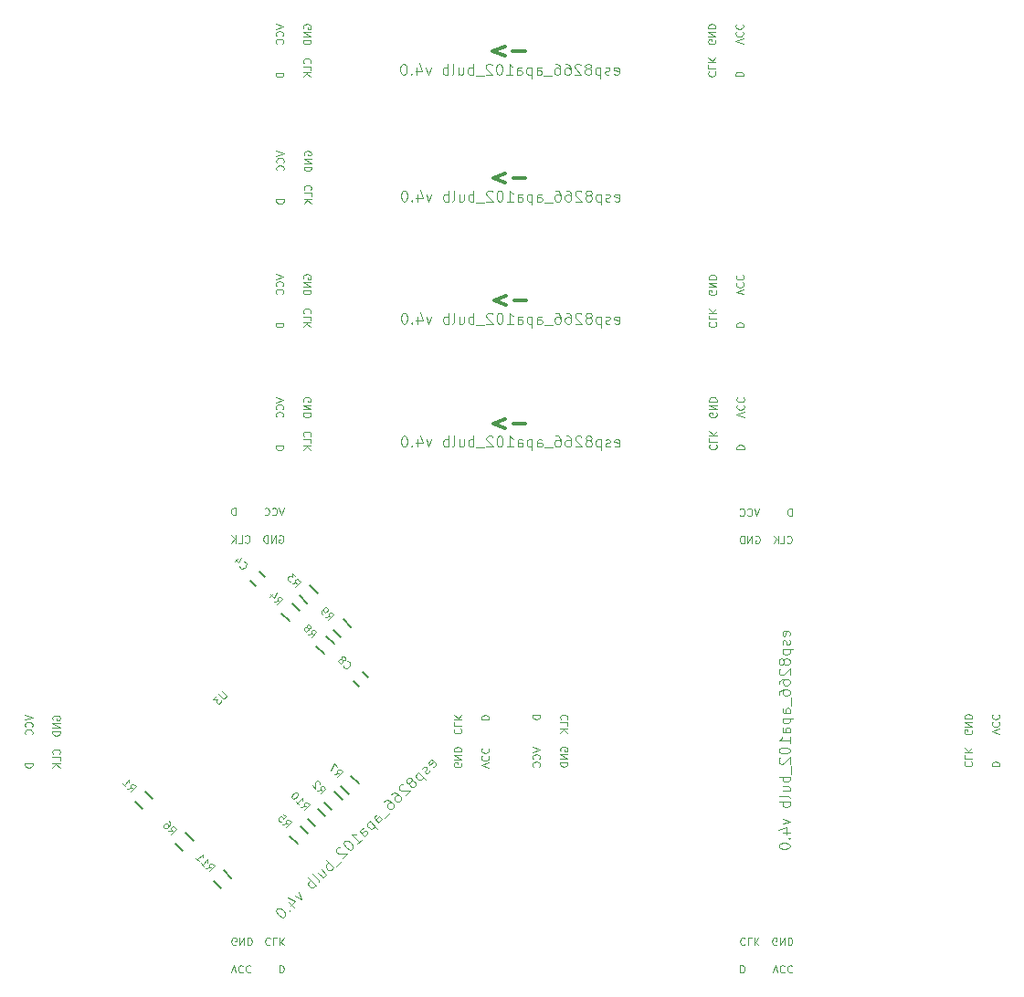
<source format=gbo>
G04 #@! TF.FileFunction,Legend,Bot*
%FSLAX46Y46*%
G04 Gerber Fmt 4.6, Leading zero omitted, Abs format (unit mm)*
G04 Created by KiCad (PCBNEW 4.0.2-4+6225~38~ubuntu15.10.1-stable) date Sun 13 Mar 2016 11:44:29 AM EDT*
%MOMM*%
G01*
G04 APERTURE LIST*
%ADD10C,0.100000*%
%ADD11C,0.300000*%
%ADD12C,0.150000*%
G04 APERTURE END LIST*
D10*
X107683333Y-126500000D02*
X107749999Y-126466667D01*
X107849999Y-126466667D01*
X107949999Y-126500000D01*
X108016666Y-126566667D01*
X108049999Y-126633333D01*
X108083333Y-126766667D01*
X108083333Y-126866667D01*
X108049999Y-127000000D01*
X108016666Y-127066667D01*
X107949999Y-127133333D01*
X107849999Y-127166667D01*
X107783333Y-127166667D01*
X107683333Y-127133333D01*
X107649999Y-127100000D01*
X107649999Y-126866667D01*
X107783333Y-126866667D01*
X107349999Y-127166667D02*
X107349999Y-126466667D01*
X106949999Y-127166667D01*
X106949999Y-126466667D01*
X106616666Y-127166667D02*
X106616666Y-126466667D01*
X106450000Y-126466667D01*
X106350000Y-126500000D01*
X106283333Y-126566667D01*
X106250000Y-126633333D01*
X106216666Y-126766667D01*
X106216666Y-126866667D01*
X106250000Y-127000000D01*
X106283333Y-127066667D01*
X106350000Y-127133333D01*
X106450000Y-127166667D01*
X106616666Y-127166667D01*
X103633333Y-124616667D02*
X103633333Y-123916667D01*
X103466667Y-123916667D01*
X103366667Y-123950000D01*
X103300000Y-124016667D01*
X103266667Y-124083333D01*
X103233333Y-124216667D01*
X103233333Y-124316667D01*
X103266667Y-124450000D01*
X103300000Y-124516667D01*
X103366667Y-124583333D01*
X103466667Y-124616667D01*
X103633333Y-124616667D01*
X104516666Y-127100000D02*
X104550000Y-127133333D01*
X104650000Y-127166667D01*
X104716666Y-127166667D01*
X104816666Y-127133333D01*
X104883333Y-127066667D01*
X104916666Y-127000000D01*
X104950000Y-126866667D01*
X104950000Y-126766667D01*
X104916666Y-126633333D01*
X104883333Y-126566667D01*
X104816666Y-126500000D01*
X104716666Y-126466667D01*
X104650000Y-126466667D01*
X104550000Y-126500000D01*
X104516666Y-126533333D01*
X103883333Y-127166667D02*
X104216666Y-127166667D01*
X104216666Y-126466667D01*
X103649999Y-127166667D02*
X103649999Y-126466667D01*
X103249999Y-127166667D02*
X103549999Y-126766667D01*
X103249999Y-126466667D02*
X103649999Y-126866667D01*
X108133333Y-123916667D02*
X107900000Y-124616667D01*
X107666667Y-123916667D01*
X107033333Y-124550000D02*
X107066667Y-124583333D01*
X107166667Y-124616667D01*
X107233333Y-124616667D01*
X107333333Y-124583333D01*
X107400000Y-124516667D01*
X107433333Y-124450000D01*
X107466667Y-124316667D01*
X107466667Y-124216667D01*
X107433333Y-124083333D01*
X107400000Y-124016667D01*
X107333333Y-123950000D01*
X107233333Y-123916667D01*
X107166667Y-123916667D01*
X107066667Y-123950000D01*
X107033333Y-123983333D01*
X106333333Y-124550000D02*
X106366667Y-124583333D01*
X106466667Y-124616667D01*
X106533333Y-124616667D01*
X106633333Y-124583333D01*
X106700000Y-124516667D01*
X106733333Y-124450000D01*
X106766667Y-124316667D01*
X106766667Y-124216667D01*
X106733333Y-124083333D01*
X106700000Y-124016667D01*
X106633333Y-123950000D01*
X106533333Y-123916667D01*
X106466667Y-123916667D01*
X106366667Y-123950000D01*
X106333333Y-123983333D01*
X84816667Y-147616667D02*
X84116667Y-147616667D01*
X84116667Y-147783333D01*
X84150000Y-147883333D01*
X84216667Y-147950000D01*
X84283333Y-147983333D01*
X84416667Y-148016667D01*
X84516667Y-148016667D01*
X84650000Y-147983333D01*
X84716667Y-147950000D01*
X84783333Y-147883333D01*
X84816667Y-147783333D01*
X84816667Y-147616667D01*
X87300000Y-146733334D02*
X87333333Y-146700000D01*
X87366667Y-146600000D01*
X87366667Y-146533334D01*
X87333333Y-146433334D01*
X87266667Y-146366667D01*
X87200000Y-146333334D01*
X87066667Y-146300000D01*
X86966667Y-146300000D01*
X86833333Y-146333334D01*
X86766667Y-146366667D01*
X86700000Y-146433334D01*
X86666667Y-146533334D01*
X86666667Y-146600000D01*
X86700000Y-146700000D01*
X86733333Y-146733334D01*
X87366667Y-147366667D02*
X87366667Y-147033334D01*
X86666667Y-147033334D01*
X87366667Y-147600001D02*
X86666667Y-147600001D01*
X87366667Y-148000001D02*
X86966667Y-147700001D01*
X86666667Y-148000001D02*
X87066667Y-147600001D01*
X84116667Y-143116667D02*
X84816667Y-143350000D01*
X84116667Y-143583333D01*
X84750000Y-144216667D02*
X84783333Y-144183333D01*
X84816667Y-144083333D01*
X84816667Y-144016667D01*
X84783333Y-143916667D01*
X84716667Y-143850000D01*
X84650000Y-143816667D01*
X84516667Y-143783333D01*
X84416667Y-143783333D01*
X84283333Y-143816667D01*
X84216667Y-143850000D01*
X84150000Y-143916667D01*
X84116667Y-144016667D01*
X84116667Y-144083333D01*
X84150000Y-144183333D01*
X84183333Y-144216667D01*
X84750000Y-144916667D02*
X84783333Y-144883333D01*
X84816667Y-144783333D01*
X84816667Y-144716667D01*
X84783333Y-144616667D01*
X84716667Y-144550000D01*
X84650000Y-144516667D01*
X84516667Y-144483333D01*
X84416667Y-144483333D01*
X84283333Y-144516667D01*
X84216667Y-144550000D01*
X84150000Y-144616667D01*
X84116667Y-144716667D01*
X84116667Y-144783333D01*
X84150000Y-144883333D01*
X84183333Y-144916667D01*
X86700000Y-143566667D02*
X86666667Y-143500001D01*
X86666667Y-143400001D01*
X86700000Y-143300001D01*
X86766667Y-143233334D01*
X86833333Y-143200001D01*
X86966667Y-143166667D01*
X87066667Y-143166667D01*
X87200000Y-143200001D01*
X87266667Y-143233334D01*
X87333333Y-143300001D01*
X87366667Y-143400001D01*
X87366667Y-143466667D01*
X87333333Y-143566667D01*
X87300000Y-143600001D01*
X87066667Y-143600001D01*
X87066667Y-143466667D01*
X87366667Y-143900001D02*
X86666667Y-143900001D01*
X87366667Y-144300001D01*
X86666667Y-144300001D01*
X87366667Y-144633334D02*
X86666667Y-144633334D01*
X86666667Y-144800000D01*
X86700000Y-144900000D01*
X86766667Y-144966667D01*
X86833333Y-145000000D01*
X86966667Y-145033334D01*
X87066667Y-145033334D01*
X87200000Y-145000000D01*
X87266667Y-144966667D01*
X87333333Y-144900000D01*
X87366667Y-144800000D01*
X87366667Y-144633334D01*
X107716667Y-166333333D02*
X107716667Y-167033333D01*
X107883333Y-167033333D01*
X107983333Y-167000000D01*
X108050000Y-166933333D01*
X108083333Y-166866667D01*
X108116667Y-166733333D01*
X108116667Y-166633333D01*
X108083333Y-166500000D01*
X108050000Y-166433333D01*
X107983333Y-166366667D01*
X107883333Y-166333333D01*
X107716667Y-166333333D01*
X106833334Y-163850000D02*
X106800000Y-163816667D01*
X106700000Y-163783333D01*
X106633334Y-163783333D01*
X106533334Y-163816667D01*
X106466667Y-163883333D01*
X106433334Y-163950000D01*
X106400000Y-164083333D01*
X106400000Y-164183333D01*
X106433334Y-164316667D01*
X106466667Y-164383333D01*
X106533334Y-164450000D01*
X106633334Y-164483333D01*
X106700000Y-164483333D01*
X106800000Y-164450000D01*
X106833334Y-164416667D01*
X107466667Y-163783333D02*
X107133334Y-163783333D01*
X107133334Y-164483333D01*
X107700001Y-163783333D02*
X107700001Y-164483333D01*
X108100001Y-163783333D02*
X107800001Y-164183333D01*
X108100001Y-164483333D02*
X107700001Y-164083333D01*
X103216667Y-167033333D02*
X103450000Y-166333333D01*
X103683333Y-167033333D01*
X104316667Y-166400000D02*
X104283333Y-166366667D01*
X104183333Y-166333333D01*
X104116667Y-166333333D01*
X104016667Y-166366667D01*
X103950000Y-166433333D01*
X103916667Y-166500000D01*
X103883333Y-166633333D01*
X103883333Y-166733333D01*
X103916667Y-166866667D01*
X103950000Y-166933333D01*
X104016667Y-167000000D01*
X104116667Y-167033333D01*
X104183333Y-167033333D01*
X104283333Y-167000000D01*
X104316667Y-166966667D01*
X105016667Y-166400000D02*
X104983333Y-166366667D01*
X104883333Y-166333333D01*
X104816667Y-166333333D01*
X104716667Y-166366667D01*
X104650000Y-166433333D01*
X104616667Y-166500000D01*
X104583333Y-166633333D01*
X104583333Y-166733333D01*
X104616667Y-166866667D01*
X104650000Y-166933333D01*
X104716667Y-167000000D01*
X104816667Y-167033333D01*
X104883333Y-167033333D01*
X104983333Y-167000000D01*
X105016667Y-166966667D01*
X103666667Y-164450000D02*
X103600001Y-164483333D01*
X103500001Y-164483333D01*
X103400001Y-164450000D01*
X103333334Y-164383333D01*
X103300001Y-164316667D01*
X103266667Y-164183333D01*
X103266667Y-164083333D01*
X103300001Y-163950000D01*
X103333334Y-163883333D01*
X103400001Y-163816667D01*
X103500001Y-163783333D01*
X103566667Y-163783333D01*
X103666667Y-163816667D01*
X103700001Y-163850000D01*
X103700001Y-164083333D01*
X103566667Y-164083333D01*
X104000001Y-163783333D02*
X104000001Y-164483333D01*
X104400001Y-163783333D01*
X104400001Y-164483333D01*
X104733334Y-163783333D02*
X104733334Y-164483333D01*
X104900000Y-164483333D01*
X105000000Y-164450000D01*
X105066667Y-164383333D01*
X105100000Y-164316667D01*
X105133334Y-164183333D01*
X105133334Y-164083333D01*
X105100000Y-163950000D01*
X105066667Y-163883333D01*
X105000000Y-163816667D01*
X104900000Y-163783333D01*
X104733334Y-163783333D01*
X126433333Y-143533333D02*
X127133333Y-143533333D01*
X127133333Y-143366667D01*
X127100000Y-143266667D01*
X127033333Y-143200000D01*
X126966667Y-143166667D01*
X126833333Y-143133333D01*
X126733333Y-143133333D01*
X126600000Y-143166667D01*
X126533333Y-143200000D01*
X126466667Y-143266667D01*
X126433333Y-143366667D01*
X126433333Y-143533333D01*
X123950000Y-144416666D02*
X123916667Y-144450000D01*
X123883333Y-144550000D01*
X123883333Y-144616666D01*
X123916667Y-144716666D01*
X123983333Y-144783333D01*
X124050000Y-144816666D01*
X124183333Y-144850000D01*
X124283333Y-144850000D01*
X124416667Y-144816666D01*
X124483333Y-144783333D01*
X124550000Y-144716666D01*
X124583333Y-144616666D01*
X124583333Y-144550000D01*
X124550000Y-144450000D01*
X124516667Y-144416666D01*
X123883333Y-143783333D02*
X123883333Y-144116666D01*
X124583333Y-144116666D01*
X123883333Y-143549999D02*
X124583333Y-143549999D01*
X123883333Y-143149999D02*
X124283333Y-143449999D01*
X124583333Y-143149999D02*
X124183333Y-143549999D01*
X124550000Y-147583333D02*
X124583333Y-147649999D01*
X124583333Y-147749999D01*
X124550000Y-147849999D01*
X124483333Y-147916666D01*
X124416667Y-147949999D01*
X124283333Y-147983333D01*
X124183333Y-147983333D01*
X124050000Y-147949999D01*
X123983333Y-147916666D01*
X123916667Y-147849999D01*
X123883333Y-147749999D01*
X123883333Y-147683333D01*
X123916667Y-147583333D01*
X123950000Y-147549999D01*
X124183333Y-147549999D01*
X124183333Y-147683333D01*
X123883333Y-147249999D02*
X124583333Y-147249999D01*
X123883333Y-146849999D01*
X124583333Y-146849999D01*
X123883333Y-146516666D02*
X124583333Y-146516666D01*
X124583333Y-146350000D01*
X124550000Y-146250000D01*
X124483333Y-146183333D01*
X124416667Y-146150000D01*
X124283333Y-146116666D01*
X124183333Y-146116666D01*
X124050000Y-146150000D01*
X123983333Y-146183333D01*
X123916667Y-146250000D01*
X123883333Y-146350000D01*
X123883333Y-146516666D01*
X127133333Y-148033333D02*
X126433333Y-147800000D01*
X127133333Y-147566667D01*
X126500000Y-146933333D02*
X126466667Y-146966667D01*
X126433333Y-147066667D01*
X126433333Y-147133333D01*
X126466667Y-147233333D01*
X126533333Y-147300000D01*
X126600000Y-147333333D01*
X126733333Y-147366667D01*
X126833333Y-147366667D01*
X126966667Y-147333333D01*
X127033333Y-147300000D01*
X127100000Y-147233333D01*
X127133333Y-147133333D01*
X127133333Y-147066667D01*
X127100000Y-146966667D01*
X127066667Y-146933333D01*
X126500000Y-146233333D02*
X126466667Y-146266667D01*
X126433333Y-146366667D01*
X126433333Y-146433333D01*
X126466667Y-146533333D01*
X126533333Y-146600000D01*
X126600000Y-146633333D01*
X126733333Y-146666667D01*
X126833333Y-146666667D01*
X126966667Y-146633333D01*
X127033333Y-146600000D01*
X127100000Y-146533333D01*
X127133333Y-146433333D01*
X127133333Y-146366667D01*
X127100000Y-146266667D01*
X127066667Y-146233333D01*
X150833334Y-163850000D02*
X150800000Y-163816667D01*
X150700000Y-163783333D01*
X150633334Y-163783333D01*
X150533334Y-163816667D01*
X150466667Y-163883333D01*
X150433334Y-163950000D01*
X150400000Y-164083333D01*
X150400000Y-164183333D01*
X150433334Y-164316667D01*
X150466667Y-164383333D01*
X150533334Y-164450000D01*
X150633334Y-164483333D01*
X150700000Y-164483333D01*
X150800000Y-164450000D01*
X150833334Y-164416667D01*
X151466667Y-163783333D02*
X151133334Y-163783333D01*
X151133334Y-164483333D01*
X151700001Y-163783333D02*
X151700001Y-164483333D01*
X152100001Y-163783333D02*
X151800001Y-164183333D01*
X152100001Y-164483333D02*
X151700001Y-164083333D01*
X153766667Y-164450000D02*
X153700001Y-164483333D01*
X153600001Y-164483333D01*
X153500001Y-164450000D01*
X153433334Y-164383333D01*
X153400001Y-164316667D01*
X153366667Y-164183333D01*
X153366667Y-164083333D01*
X153400001Y-163950000D01*
X153433334Y-163883333D01*
X153500001Y-163816667D01*
X153600001Y-163783333D01*
X153666667Y-163783333D01*
X153766667Y-163816667D01*
X153800001Y-163850000D01*
X153800001Y-164083333D01*
X153666667Y-164083333D01*
X154100001Y-163783333D02*
X154100001Y-164483333D01*
X154500001Y-163783333D01*
X154500001Y-164483333D01*
X154833334Y-163783333D02*
X154833334Y-164483333D01*
X155000000Y-164483333D01*
X155100000Y-164450000D01*
X155166667Y-164383333D01*
X155200000Y-164316667D01*
X155233334Y-164183333D01*
X155233334Y-164083333D01*
X155200000Y-163950000D01*
X155166667Y-163883333D01*
X155100000Y-163816667D01*
X155000000Y-163783333D01*
X154833334Y-163783333D01*
X150416667Y-166333333D02*
X150416667Y-167033333D01*
X150583333Y-167033333D01*
X150683333Y-167000000D01*
X150750000Y-166933333D01*
X150783333Y-166866667D01*
X150816667Y-166733333D01*
X150816667Y-166633333D01*
X150783333Y-166500000D01*
X150750000Y-166433333D01*
X150683333Y-166366667D01*
X150583333Y-166333333D01*
X150416667Y-166333333D01*
X153416667Y-167033333D02*
X153650000Y-166333333D01*
X153883333Y-167033333D01*
X154516667Y-166400000D02*
X154483333Y-166366667D01*
X154383333Y-166333333D01*
X154316667Y-166333333D01*
X154216667Y-166366667D01*
X154150000Y-166433333D01*
X154116667Y-166500000D01*
X154083333Y-166633333D01*
X154083333Y-166733333D01*
X154116667Y-166866667D01*
X154150000Y-166933333D01*
X154216667Y-167000000D01*
X154316667Y-167033333D01*
X154383333Y-167033333D01*
X154483333Y-167000000D01*
X154516667Y-166966667D01*
X155216667Y-166400000D02*
X155183333Y-166366667D01*
X155083333Y-166333333D01*
X155016667Y-166333333D01*
X154916667Y-166366667D01*
X154850000Y-166433333D01*
X154816667Y-166500000D01*
X154783333Y-166633333D01*
X154783333Y-166733333D01*
X154816667Y-166866667D01*
X154850000Y-166933333D01*
X154916667Y-167000000D01*
X155016667Y-167033333D01*
X155083333Y-167033333D01*
X155183333Y-167000000D01*
X155216667Y-166966667D01*
X174433333Y-144883333D02*
X173733333Y-144650000D01*
X174433333Y-144416667D01*
X173800000Y-143783333D02*
X173766667Y-143816667D01*
X173733333Y-143916667D01*
X173733333Y-143983333D01*
X173766667Y-144083333D01*
X173833333Y-144150000D01*
X173900000Y-144183333D01*
X174033333Y-144216667D01*
X174133333Y-144216667D01*
X174266667Y-144183333D01*
X174333333Y-144150000D01*
X174400000Y-144083333D01*
X174433333Y-143983333D01*
X174433333Y-143916667D01*
X174400000Y-143816667D01*
X174366667Y-143783333D01*
X173800000Y-143083333D02*
X173766667Y-143116667D01*
X173733333Y-143216667D01*
X173733333Y-143283333D01*
X173766667Y-143383333D01*
X173833333Y-143450000D01*
X173900000Y-143483333D01*
X174033333Y-143516667D01*
X174133333Y-143516667D01*
X174266667Y-143483333D01*
X174333333Y-143450000D01*
X174400000Y-143383333D01*
X174433333Y-143283333D01*
X174433333Y-143216667D01*
X174400000Y-143116667D01*
X174366667Y-143083333D01*
X171850000Y-144533333D02*
X171883333Y-144599999D01*
X171883333Y-144699999D01*
X171850000Y-144799999D01*
X171783333Y-144866666D01*
X171716667Y-144899999D01*
X171583333Y-144933333D01*
X171483333Y-144933333D01*
X171350000Y-144899999D01*
X171283333Y-144866666D01*
X171216667Y-144799999D01*
X171183333Y-144699999D01*
X171183333Y-144633333D01*
X171216667Y-144533333D01*
X171250000Y-144499999D01*
X171483333Y-144499999D01*
X171483333Y-144633333D01*
X171183333Y-144199999D02*
X171883333Y-144199999D01*
X171183333Y-143799999D01*
X171883333Y-143799999D01*
X171183333Y-143466666D02*
X171883333Y-143466666D01*
X171883333Y-143300000D01*
X171850000Y-143200000D01*
X171783333Y-143133333D01*
X171716667Y-143100000D01*
X171583333Y-143066666D01*
X171483333Y-143066666D01*
X171350000Y-143100000D01*
X171283333Y-143133333D01*
X171216667Y-143200000D01*
X171183333Y-143300000D01*
X171183333Y-143466666D01*
X171250000Y-147466666D02*
X171216667Y-147500000D01*
X171183333Y-147600000D01*
X171183333Y-147666666D01*
X171216667Y-147766666D01*
X171283333Y-147833333D01*
X171350000Y-147866666D01*
X171483333Y-147900000D01*
X171583333Y-147900000D01*
X171716667Y-147866666D01*
X171783333Y-147833333D01*
X171850000Y-147766666D01*
X171883333Y-147666666D01*
X171883333Y-147600000D01*
X171850000Y-147500000D01*
X171816667Y-147466666D01*
X171183333Y-146833333D02*
X171183333Y-147166666D01*
X171883333Y-147166666D01*
X171183333Y-146599999D02*
X171883333Y-146599999D01*
X171183333Y-146199999D02*
X171583333Y-146499999D01*
X171883333Y-146199999D02*
X171483333Y-146599999D01*
X173733333Y-147883333D02*
X174433333Y-147883333D01*
X174433333Y-147716667D01*
X174400000Y-147616667D01*
X174333333Y-147550000D01*
X174266667Y-147516667D01*
X174133333Y-147483333D01*
X174033333Y-147483333D01*
X173900000Y-147516667D01*
X173833333Y-147550000D01*
X173766667Y-147616667D01*
X173733333Y-147716667D01*
X173733333Y-147883333D01*
X151833333Y-126550000D02*
X151899999Y-126516667D01*
X151999999Y-126516667D01*
X152099999Y-126550000D01*
X152166666Y-126616667D01*
X152199999Y-126683333D01*
X152233333Y-126816667D01*
X152233333Y-126916667D01*
X152199999Y-127050000D01*
X152166666Y-127116667D01*
X152099999Y-127183333D01*
X151999999Y-127216667D01*
X151933333Y-127216667D01*
X151833333Y-127183333D01*
X151799999Y-127150000D01*
X151799999Y-126916667D01*
X151933333Y-126916667D01*
X151499999Y-127216667D02*
X151499999Y-126516667D01*
X151099999Y-127216667D01*
X151099999Y-126516667D01*
X150766666Y-127216667D02*
X150766666Y-126516667D01*
X150600000Y-126516667D01*
X150500000Y-126550000D01*
X150433333Y-126616667D01*
X150400000Y-126683333D01*
X150366666Y-126816667D01*
X150366666Y-126916667D01*
X150400000Y-127050000D01*
X150433333Y-127116667D01*
X150500000Y-127183333D01*
X150600000Y-127216667D01*
X150766666Y-127216667D01*
X152183333Y-123966667D02*
X151950000Y-124666667D01*
X151716667Y-123966667D01*
X151083333Y-124600000D02*
X151116667Y-124633333D01*
X151216667Y-124666667D01*
X151283333Y-124666667D01*
X151383333Y-124633333D01*
X151450000Y-124566667D01*
X151483333Y-124500000D01*
X151516667Y-124366667D01*
X151516667Y-124266667D01*
X151483333Y-124133333D01*
X151450000Y-124066667D01*
X151383333Y-124000000D01*
X151283333Y-123966667D01*
X151216667Y-123966667D01*
X151116667Y-124000000D01*
X151083333Y-124033333D01*
X150383333Y-124600000D02*
X150416667Y-124633333D01*
X150516667Y-124666667D01*
X150583333Y-124666667D01*
X150683333Y-124633333D01*
X150750000Y-124566667D01*
X150783333Y-124500000D01*
X150816667Y-124366667D01*
X150816667Y-124266667D01*
X150783333Y-124133333D01*
X150750000Y-124066667D01*
X150683333Y-124000000D01*
X150583333Y-123966667D01*
X150516667Y-123966667D01*
X150416667Y-124000000D01*
X150383333Y-124033333D01*
X155183333Y-124666667D02*
X155183333Y-123966667D01*
X155016667Y-123966667D01*
X154916667Y-124000000D01*
X154850000Y-124066667D01*
X154816667Y-124133333D01*
X154783333Y-124266667D01*
X154783333Y-124366667D01*
X154816667Y-124500000D01*
X154850000Y-124566667D01*
X154916667Y-124633333D01*
X155016667Y-124666667D01*
X155183333Y-124666667D01*
X154766666Y-127150000D02*
X154800000Y-127183333D01*
X154900000Y-127216667D01*
X154966666Y-127216667D01*
X155066666Y-127183333D01*
X155133333Y-127116667D01*
X155166666Y-127050000D01*
X155200000Y-126916667D01*
X155200000Y-126816667D01*
X155166666Y-126683333D01*
X155133333Y-126616667D01*
X155066666Y-126550000D01*
X154966666Y-126516667D01*
X154900000Y-126516667D01*
X154800000Y-126550000D01*
X154766666Y-126583333D01*
X154133333Y-127216667D02*
X154466666Y-127216667D01*
X154466666Y-126516667D01*
X153899999Y-127216667D02*
X153899999Y-126516667D01*
X153499999Y-127216667D02*
X153799999Y-126816667D01*
X153499999Y-126516667D02*
X153899999Y-126916667D01*
X133750000Y-146466667D02*
X133716667Y-146400001D01*
X133716667Y-146300001D01*
X133750000Y-146200001D01*
X133816667Y-146133334D01*
X133883333Y-146100001D01*
X134016667Y-146066667D01*
X134116667Y-146066667D01*
X134250000Y-146100001D01*
X134316667Y-146133334D01*
X134383333Y-146200001D01*
X134416667Y-146300001D01*
X134416667Y-146366667D01*
X134383333Y-146466667D01*
X134350000Y-146500001D01*
X134116667Y-146500001D01*
X134116667Y-146366667D01*
X134416667Y-146800001D02*
X133716667Y-146800001D01*
X134416667Y-147200001D01*
X133716667Y-147200001D01*
X134416667Y-147533334D02*
X133716667Y-147533334D01*
X133716667Y-147700000D01*
X133750000Y-147800000D01*
X133816667Y-147866667D01*
X133883333Y-147900000D01*
X134016667Y-147933334D01*
X134116667Y-147933334D01*
X134250000Y-147900000D01*
X134316667Y-147866667D01*
X134383333Y-147800000D01*
X134416667Y-147700000D01*
X134416667Y-147533334D01*
X131166667Y-146116667D02*
X131866667Y-146350000D01*
X131166667Y-146583333D01*
X131800000Y-147216667D02*
X131833333Y-147183333D01*
X131866667Y-147083333D01*
X131866667Y-147016667D01*
X131833333Y-146916667D01*
X131766667Y-146850000D01*
X131700000Y-146816667D01*
X131566667Y-146783333D01*
X131466667Y-146783333D01*
X131333333Y-146816667D01*
X131266667Y-146850000D01*
X131200000Y-146916667D01*
X131166667Y-147016667D01*
X131166667Y-147083333D01*
X131200000Y-147183333D01*
X131233333Y-147216667D01*
X131800000Y-147916667D02*
X131833333Y-147883333D01*
X131866667Y-147783333D01*
X131866667Y-147716667D01*
X131833333Y-147616667D01*
X131766667Y-147550000D01*
X131700000Y-147516667D01*
X131566667Y-147483333D01*
X131466667Y-147483333D01*
X131333333Y-147516667D01*
X131266667Y-147550000D01*
X131200000Y-147616667D01*
X131166667Y-147716667D01*
X131166667Y-147783333D01*
X131200000Y-147883333D01*
X131233333Y-147916667D01*
X131866667Y-143116667D02*
X131166667Y-143116667D01*
X131166667Y-143283333D01*
X131200000Y-143383333D01*
X131266667Y-143450000D01*
X131333333Y-143483333D01*
X131466667Y-143516667D01*
X131566667Y-143516667D01*
X131700000Y-143483333D01*
X131766667Y-143450000D01*
X131833333Y-143383333D01*
X131866667Y-143283333D01*
X131866667Y-143116667D01*
X134350000Y-143533334D02*
X134383333Y-143500000D01*
X134416667Y-143400000D01*
X134416667Y-143333334D01*
X134383333Y-143233334D01*
X134316667Y-143166667D01*
X134250000Y-143133334D01*
X134116667Y-143100000D01*
X134016667Y-143100000D01*
X133883333Y-143133334D01*
X133816667Y-143166667D01*
X133750000Y-143233334D01*
X133716667Y-143333334D01*
X133716667Y-143400000D01*
X133750000Y-143500000D01*
X133783333Y-143533334D01*
X134416667Y-144166667D02*
X134416667Y-143833334D01*
X133716667Y-143833334D01*
X134416667Y-144400001D02*
X133716667Y-144400001D01*
X134416667Y-144800001D02*
X134016667Y-144500001D01*
X133716667Y-144800001D02*
X134116667Y-144400001D01*
X150083333Y-118483333D02*
X150783333Y-118483333D01*
X150783333Y-118316667D01*
X150750000Y-118216667D01*
X150683333Y-118150000D01*
X150616667Y-118116667D01*
X150483333Y-118083333D01*
X150383333Y-118083333D01*
X150250000Y-118116667D01*
X150183333Y-118150000D01*
X150116667Y-118216667D01*
X150083333Y-118316667D01*
X150083333Y-118483333D01*
X150783333Y-115483333D02*
X150083333Y-115250000D01*
X150783333Y-115016667D01*
X150150000Y-114383333D02*
X150116667Y-114416667D01*
X150083333Y-114516667D01*
X150083333Y-114583333D01*
X150116667Y-114683333D01*
X150183333Y-114750000D01*
X150250000Y-114783333D01*
X150383333Y-114816667D01*
X150483333Y-114816667D01*
X150616667Y-114783333D01*
X150683333Y-114750000D01*
X150750000Y-114683333D01*
X150783333Y-114583333D01*
X150783333Y-114516667D01*
X150750000Y-114416667D01*
X150716667Y-114383333D01*
X150150000Y-113683333D02*
X150116667Y-113716667D01*
X150083333Y-113816667D01*
X150083333Y-113883333D01*
X150116667Y-113983333D01*
X150183333Y-114050000D01*
X150250000Y-114083333D01*
X150383333Y-114116667D01*
X150483333Y-114116667D01*
X150616667Y-114083333D01*
X150683333Y-114050000D01*
X150750000Y-113983333D01*
X150783333Y-113883333D01*
X150783333Y-113816667D01*
X150750000Y-113716667D01*
X150716667Y-113683333D01*
X148200000Y-115133333D02*
X148233333Y-115199999D01*
X148233333Y-115299999D01*
X148200000Y-115399999D01*
X148133333Y-115466666D01*
X148066667Y-115499999D01*
X147933333Y-115533333D01*
X147833333Y-115533333D01*
X147700000Y-115499999D01*
X147633333Y-115466666D01*
X147566667Y-115399999D01*
X147533333Y-115299999D01*
X147533333Y-115233333D01*
X147566667Y-115133333D01*
X147600000Y-115099999D01*
X147833333Y-115099999D01*
X147833333Y-115233333D01*
X147533333Y-114799999D02*
X148233333Y-114799999D01*
X147533333Y-114399999D01*
X148233333Y-114399999D01*
X147533333Y-114066666D02*
X148233333Y-114066666D01*
X148233333Y-113900000D01*
X148200000Y-113800000D01*
X148133333Y-113733333D01*
X148066667Y-113700000D01*
X147933333Y-113666666D01*
X147833333Y-113666666D01*
X147700000Y-113700000D01*
X147633333Y-113733333D01*
X147566667Y-113800000D01*
X147533333Y-113900000D01*
X147533333Y-114066666D01*
X147600000Y-118066666D02*
X147566667Y-118100000D01*
X147533333Y-118200000D01*
X147533333Y-118266666D01*
X147566667Y-118366666D01*
X147633333Y-118433333D01*
X147700000Y-118466666D01*
X147833333Y-118500000D01*
X147933333Y-118500000D01*
X148066667Y-118466666D01*
X148133333Y-118433333D01*
X148200000Y-118366666D01*
X148233333Y-118266666D01*
X148233333Y-118200000D01*
X148200000Y-118100000D01*
X148166667Y-118066666D01*
X147533333Y-117433333D02*
X147533333Y-117766666D01*
X148233333Y-117766666D01*
X147533333Y-117199999D02*
X148233333Y-117199999D01*
X147533333Y-116799999D02*
X147933333Y-117099999D01*
X148233333Y-116799999D02*
X147833333Y-117199999D01*
X150033333Y-107133333D02*
X150733333Y-107133333D01*
X150733333Y-106966667D01*
X150700000Y-106866667D01*
X150633333Y-106800000D01*
X150566667Y-106766667D01*
X150433333Y-106733333D01*
X150333333Y-106733333D01*
X150200000Y-106766667D01*
X150133333Y-106800000D01*
X150066667Y-106866667D01*
X150033333Y-106966667D01*
X150033333Y-107133333D01*
X150733333Y-104133333D02*
X150033333Y-103900000D01*
X150733333Y-103666667D01*
X150100000Y-103033333D02*
X150066667Y-103066667D01*
X150033333Y-103166667D01*
X150033333Y-103233333D01*
X150066667Y-103333333D01*
X150133333Y-103400000D01*
X150200000Y-103433333D01*
X150333333Y-103466667D01*
X150433333Y-103466667D01*
X150566667Y-103433333D01*
X150633333Y-103400000D01*
X150700000Y-103333333D01*
X150733333Y-103233333D01*
X150733333Y-103166667D01*
X150700000Y-103066667D01*
X150666667Y-103033333D01*
X150100000Y-102333333D02*
X150066667Y-102366667D01*
X150033333Y-102466667D01*
X150033333Y-102533333D01*
X150066667Y-102633333D01*
X150133333Y-102700000D01*
X150200000Y-102733333D01*
X150333333Y-102766667D01*
X150433333Y-102766667D01*
X150566667Y-102733333D01*
X150633333Y-102700000D01*
X150700000Y-102633333D01*
X150733333Y-102533333D01*
X150733333Y-102466667D01*
X150700000Y-102366667D01*
X150666667Y-102333333D01*
X148150000Y-103783333D02*
X148183333Y-103849999D01*
X148183333Y-103949999D01*
X148150000Y-104049999D01*
X148083333Y-104116666D01*
X148016667Y-104149999D01*
X147883333Y-104183333D01*
X147783333Y-104183333D01*
X147650000Y-104149999D01*
X147583333Y-104116666D01*
X147516667Y-104049999D01*
X147483333Y-103949999D01*
X147483333Y-103883333D01*
X147516667Y-103783333D01*
X147550000Y-103749999D01*
X147783333Y-103749999D01*
X147783333Y-103883333D01*
X147483333Y-103449999D02*
X148183333Y-103449999D01*
X147483333Y-103049999D01*
X148183333Y-103049999D01*
X147483333Y-102716666D02*
X148183333Y-102716666D01*
X148183333Y-102550000D01*
X148150000Y-102450000D01*
X148083333Y-102383333D01*
X148016667Y-102350000D01*
X147883333Y-102316666D01*
X147783333Y-102316666D01*
X147650000Y-102350000D01*
X147583333Y-102383333D01*
X147516667Y-102450000D01*
X147483333Y-102550000D01*
X147483333Y-102716666D01*
X147550000Y-106716666D02*
X147516667Y-106750000D01*
X147483333Y-106850000D01*
X147483333Y-106916666D01*
X147516667Y-107016666D01*
X147583333Y-107083333D01*
X147650000Y-107116666D01*
X147783333Y-107150000D01*
X147883333Y-107150000D01*
X148016667Y-107116666D01*
X148083333Y-107083333D01*
X148150000Y-107016666D01*
X148183333Y-106916666D01*
X148183333Y-106850000D01*
X148150000Y-106750000D01*
X148116667Y-106716666D01*
X147483333Y-106083333D02*
X147483333Y-106416666D01*
X148183333Y-106416666D01*
X147483333Y-105849999D02*
X148183333Y-105849999D01*
X147483333Y-105449999D02*
X147883333Y-105749999D01*
X148183333Y-105449999D02*
X147783333Y-105849999D01*
X150683333Y-80883333D02*
X149983333Y-80650000D01*
X150683333Y-80416667D01*
X150050000Y-79783333D02*
X150016667Y-79816667D01*
X149983333Y-79916667D01*
X149983333Y-79983333D01*
X150016667Y-80083333D01*
X150083333Y-80150000D01*
X150150000Y-80183333D01*
X150283333Y-80216667D01*
X150383333Y-80216667D01*
X150516667Y-80183333D01*
X150583333Y-80150000D01*
X150650000Y-80083333D01*
X150683333Y-79983333D01*
X150683333Y-79916667D01*
X150650000Y-79816667D01*
X150616667Y-79783333D01*
X150050000Y-79083333D02*
X150016667Y-79116667D01*
X149983333Y-79216667D01*
X149983333Y-79283333D01*
X150016667Y-79383333D01*
X150083333Y-79450000D01*
X150150000Y-79483333D01*
X150283333Y-79516667D01*
X150383333Y-79516667D01*
X150516667Y-79483333D01*
X150583333Y-79450000D01*
X150650000Y-79383333D01*
X150683333Y-79283333D01*
X150683333Y-79216667D01*
X150650000Y-79116667D01*
X150616667Y-79083333D01*
X148100000Y-80533333D02*
X148133333Y-80599999D01*
X148133333Y-80699999D01*
X148100000Y-80799999D01*
X148033333Y-80866666D01*
X147966667Y-80899999D01*
X147833333Y-80933333D01*
X147733333Y-80933333D01*
X147600000Y-80899999D01*
X147533333Y-80866666D01*
X147466667Y-80799999D01*
X147433333Y-80699999D01*
X147433333Y-80633333D01*
X147466667Y-80533333D01*
X147500000Y-80499999D01*
X147733333Y-80499999D01*
X147733333Y-80633333D01*
X147433333Y-80199999D02*
X148133333Y-80199999D01*
X147433333Y-79799999D01*
X148133333Y-79799999D01*
X147433333Y-79466666D02*
X148133333Y-79466666D01*
X148133333Y-79300000D01*
X148100000Y-79200000D01*
X148033333Y-79133333D01*
X147966667Y-79100000D01*
X147833333Y-79066666D01*
X147733333Y-79066666D01*
X147600000Y-79100000D01*
X147533333Y-79133333D01*
X147466667Y-79200000D01*
X147433333Y-79300000D01*
X147433333Y-79466666D01*
X149983333Y-83883333D02*
X150683333Y-83883333D01*
X150683333Y-83716667D01*
X150650000Y-83616667D01*
X150583333Y-83550000D01*
X150516667Y-83516667D01*
X150383333Y-83483333D01*
X150283333Y-83483333D01*
X150150000Y-83516667D01*
X150083333Y-83550000D01*
X150016667Y-83616667D01*
X149983333Y-83716667D01*
X149983333Y-83883333D01*
X147500000Y-83466666D02*
X147466667Y-83500000D01*
X147433333Y-83600000D01*
X147433333Y-83666666D01*
X147466667Y-83766666D01*
X147533333Y-83833333D01*
X147600000Y-83866666D01*
X147733333Y-83900000D01*
X147833333Y-83900000D01*
X147966667Y-83866666D01*
X148033333Y-83833333D01*
X148100000Y-83766666D01*
X148133333Y-83666666D01*
X148133333Y-83600000D01*
X148100000Y-83500000D01*
X148066667Y-83466666D01*
X147433333Y-82833333D02*
X147433333Y-83166666D01*
X148133333Y-83166666D01*
X147433333Y-82599999D02*
X148133333Y-82599999D01*
X147433333Y-82199999D02*
X147833333Y-82499999D01*
X148133333Y-82199999D02*
X147733333Y-82599999D01*
X107366667Y-113666667D02*
X108066667Y-113900000D01*
X107366667Y-114133333D01*
X108000000Y-114766667D02*
X108033333Y-114733333D01*
X108066667Y-114633333D01*
X108066667Y-114566667D01*
X108033333Y-114466667D01*
X107966667Y-114400000D01*
X107900000Y-114366667D01*
X107766667Y-114333333D01*
X107666667Y-114333333D01*
X107533333Y-114366667D01*
X107466667Y-114400000D01*
X107400000Y-114466667D01*
X107366667Y-114566667D01*
X107366667Y-114633333D01*
X107400000Y-114733333D01*
X107433333Y-114766667D01*
X108000000Y-115466667D02*
X108033333Y-115433333D01*
X108066667Y-115333333D01*
X108066667Y-115266667D01*
X108033333Y-115166667D01*
X107966667Y-115100000D01*
X107900000Y-115066667D01*
X107766667Y-115033333D01*
X107666667Y-115033333D01*
X107533333Y-115066667D01*
X107466667Y-115100000D01*
X107400000Y-115166667D01*
X107366667Y-115266667D01*
X107366667Y-115333333D01*
X107400000Y-115433333D01*
X107433333Y-115466667D01*
X109950000Y-114066667D02*
X109916667Y-114000001D01*
X109916667Y-113900001D01*
X109950000Y-113800001D01*
X110016667Y-113733334D01*
X110083333Y-113700001D01*
X110216667Y-113666667D01*
X110316667Y-113666667D01*
X110450000Y-113700001D01*
X110516667Y-113733334D01*
X110583333Y-113800001D01*
X110616667Y-113900001D01*
X110616667Y-113966667D01*
X110583333Y-114066667D01*
X110550000Y-114100001D01*
X110316667Y-114100001D01*
X110316667Y-113966667D01*
X110616667Y-114400001D02*
X109916667Y-114400001D01*
X110616667Y-114800001D01*
X109916667Y-114800001D01*
X110616667Y-115133334D02*
X109916667Y-115133334D01*
X109916667Y-115300000D01*
X109950000Y-115400000D01*
X110016667Y-115466667D01*
X110083333Y-115500000D01*
X110216667Y-115533334D01*
X110316667Y-115533334D01*
X110450000Y-115500000D01*
X110516667Y-115466667D01*
X110583333Y-115400000D01*
X110616667Y-115300000D01*
X110616667Y-115133334D01*
X108066667Y-118166667D02*
X107366667Y-118166667D01*
X107366667Y-118333333D01*
X107400000Y-118433333D01*
X107466667Y-118500000D01*
X107533333Y-118533333D01*
X107666667Y-118566667D01*
X107766667Y-118566667D01*
X107900000Y-118533333D01*
X107966667Y-118500000D01*
X108033333Y-118433333D01*
X108066667Y-118333333D01*
X108066667Y-118166667D01*
X110550000Y-117283334D02*
X110583333Y-117250000D01*
X110616667Y-117150000D01*
X110616667Y-117083334D01*
X110583333Y-116983334D01*
X110516667Y-116916667D01*
X110450000Y-116883334D01*
X110316667Y-116850000D01*
X110216667Y-116850000D01*
X110083333Y-116883334D01*
X110016667Y-116916667D01*
X109950000Y-116983334D01*
X109916667Y-117083334D01*
X109916667Y-117150000D01*
X109950000Y-117250000D01*
X109983333Y-117283334D01*
X110616667Y-117916667D02*
X110616667Y-117583334D01*
X109916667Y-117583334D01*
X110616667Y-118150001D02*
X109916667Y-118150001D01*
X110616667Y-118550001D02*
X110216667Y-118250001D01*
X109916667Y-118550001D02*
X110316667Y-118150001D01*
X110550000Y-105883334D02*
X110583333Y-105850000D01*
X110616667Y-105750000D01*
X110616667Y-105683334D01*
X110583333Y-105583334D01*
X110516667Y-105516667D01*
X110450000Y-105483334D01*
X110316667Y-105450000D01*
X110216667Y-105450000D01*
X110083333Y-105483334D01*
X110016667Y-105516667D01*
X109950000Y-105583334D01*
X109916667Y-105683334D01*
X109916667Y-105750000D01*
X109950000Y-105850000D01*
X109983333Y-105883334D01*
X110616667Y-106516667D02*
X110616667Y-106183334D01*
X109916667Y-106183334D01*
X110616667Y-106750001D02*
X109916667Y-106750001D01*
X110616667Y-107150001D02*
X110216667Y-106850001D01*
X109916667Y-107150001D02*
X110316667Y-106750001D01*
X108066667Y-106766667D02*
X107366667Y-106766667D01*
X107366667Y-106933333D01*
X107400000Y-107033333D01*
X107466667Y-107100000D01*
X107533333Y-107133333D01*
X107666667Y-107166667D01*
X107766667Y-107166667D01*
X107900000Y-107133333D01*
X107966667Y-107100000D01*
X108033333Y-107033333D01*
X108066667Y-106933333D01*
X108066667Y-106766667D01*
X107366667Y-102266667D02*
X108066667Y-102500000D01*
X107366667Y-102733333D01*
X108000000Y-103366667D02*
X108033333Y-103333333D01*
X108066667Y-103233333D01*
X108066667Y-103166667D01*
X108033333Y-103066667D01*
X107966667Y-103000000D01*
X107900000Y-102966667D01*
X107766667Y-102933333D01*
X107666667Y-102933333D01*
X107533333Y-102966667D01*
X107466667Y-103000000D01*
X107400000Y-103066667D01*
X107366667Y-103166667D01*
X107366667Y-103233333D01*
X107400000Y-103333333D01*
X107433333Y-103366667D01*
X108000000Y-104066667D02*
X108033333Y-104033333D01*
X108066667Y-103933333D01*
X108066667Y-103866667D01*
X108033333Y-103766667D01*
X107966667Y-103700000D01*
X107900000Y-103666667D01*
X107766667Y-103633333D01*
X107666667Y-103633333D01*
X107533333Y-103666667D01*
X107466667Y-103700000D01*
X107400000Y-103766667D01*
X107366667Y-103866667D01*
X107366667Y-103933333D01*
X107400000Y-104033333D01*
X107433333Y-104066667D01*
X109950000Y-102666667D02*
X109916667Y-102600001D01*
X109916667Y-102500001D01*
X109950000Y-102400001D01*
X110016667Y-102333334D01*
X110083333Y-102300001D01*
X110216667Y-102266667D01*
X110316667Y-102266667D01*
X110450000Y-102300001D01*
X110516667Y-102333334D01*
X110583333Y-102400001D01*
X110616667Y-102500001D01*
X110616667Y-102566667D01*
X110583333Y-102666667D01*
X110550000Y-102700001D01*
X110316667Y-102700001D01*
X110316667Y-102566667D01*
X110616667Y-103000001D02*
X109916667Y-103000001D01*
X110616667Y-103400001D01*
X109916667Y-103400001D01*
X110616667Y-103733334D02*
X109916667Y-103733334D01*
X109916667Y-103900000D01*
X109950000Y-104000000D01*
X110016667Y-104066667D01*
X110083333Y-104100000D01*
X110216667Y-104133334D01*
X110316667Y-104133334D01*
X110450000Y-104100000D01*
X110516667Y-104066667D01*
X110583333Y-104000000D01*
X110616667Y-103900000D01*
X110616667Y-103733334D01*
X110600000Y-94433334D02*
X110633333Y-94400000D01*
X110666667Y-94300000D01*
X110666667Y-94233334D01*
X110633333Y-94133334D01*
X110566667Y-94066667D01*
X110500000Y-94033334D01*
X110366667Y-94000000D01*
X110266667Y-94000000D01*
X110133333Y-94033334D01*
X110066667Y-94066667D01*
X110000000Y-94133334D01*
X109966667Y-94233334D01*
X109966667Y-94300000D01*
X110000000Y-94400000D01*
X110033333Y-94433334D01*
X110666667Y-95066667D02*
X110666667Y-94733334D01*
X109966667Y-94733334D01*
X110666667Y-95300001D02*
X109966667Y-95300001D01*
X110666667Y-95700001D02*
X110266667Y-95400001D01*
X109966667Y-95700001D02*
X110366667Y-95300001D01*
X108116667Y-95316667D02*
X107416667Y-95316667D01*
X107416667Y-95483333D01*
X107450000Y-95583333D01*
X107516667Y-95650000D01*
X107583333Y-95683333D01*
X107716667Y-95716667D01*
X107816667Y-95716667D01*
X107950000Y-95683333D01*
X108016667Y-95650000D01*
X108083333Y-95583333D01*
X108116667Y-95483333D01*
X108116667Y-95316667D01*
X107416667Y-90816667D02*
X108116667Y-91050000D01*
X107416667Y-91283333D01*
X108050000Y-91916667D02*
X108083333Y-91883333D01*
X108116667Y-91783333D01*
X108116667Y-91716667D01*
X108083333Y-91616667D01*
X108016667Y-91550000D01*
X107950000Y-91516667D01*
X107816667Y-91483333D01*
X107716667Y-91483333D01*
X107583333Y-91516667D01*
X107516667Y-91550000D01*
X107450000Y-91616667D01*
X107416667Y-91716667D01*
X107416667Y-91783333D01*
X107450000Y-91883333D01*
X107483333Y-91916667D01*
X108050000Y-92616667D02*
X108083333Y-92583333D01*
X108116667Y-92483333D01*
X108116667Y-92416667D01*
X108083333Y-92316667D01*
X108016667Y-92250000D01*
X107950000Y-92216667D01*
X107816667Y-92183333D01*
X107716667Y-92183333D01*
X107583333Y-92216667D01*
X107516667Y-92250000D01*
X107450000Y-92316667D01*
X107416667Y-92416667D01*
X107416667Y-92483333D01*
X107450000Y-92583333D01*
X107483333Y-92616667D01*
X110000000Y-91216667D02*
X109966667Y-91150001D01*
X109966667Y-91050001D01*
X110000000Y-90950001D01*
X110066667Y-90883334D01*
X110133333Y-90850001D01*
X110266667Y-90816667D01*
X110366667Y-90816667D01*
X110500000Y-90850001D01*
X110566667Y-90883334D01*
X110633333Y-90950001D01*
X110666667Y-91050001D01*
X110666667Y-91116667D01*
X110633333Y-91216667D01*
X110600000Y-91250001D01*
X110366667Y-91250001D01*
X110366667Y-91116667D01*
X110666667Y-91550001D02*
X109966667Y-91550001D01*
X110666667Y-91950001D01*
X109966667Y-91950001D01*
X110666667Y-92283334D02*
X109966667Y-92283334D01*
X109966667Y-92450000D01*
X110000000Y-92550000D01*
X110066667Y-92616667D01*
X110133333Y-92650000D01*
X110266667Y-92683334D01*
X110366667Y-92683334D01*
X110500000Y-92650000D01*
X110566667Y-92616667D01*
X110633333Y-92550000D01*
X110666667Y-92450000D01*
X110666667Y-92283334D01*
X109950000Y-79466667D02*
X109916667Y-79400001D01*
X109916667Y-79300001D01*
X109950000Y-79200001D01*
X110016667Y-79133334D01*
X110083333Y-79100001D01*
X110216667Y-79066667D01*
X110316667Y-79066667D01*
X110450000Y-79100001D01*
X110516667Y-79133334D01*
X110583333Y-79200001D01*
X110616667Y-79300001D01*
X110616667Y-79366667D01*
X110583333Y-79466667D01*
X110550000Y-79500001D01*
X110316667Y-79500001D01*
X110316667Y-79366667D01*
X110616667Y-79800001D02*
X109916667Y-79800001D01*
X110616667Y-80200001D01*
X109916667Y-80200001D01*
X110616667Y-80533334D02*
X109916667Y-80533334D01*
X109916667Y-80700000D01*
X109950000Y-80800000D01*
X110016667Y-80866667D01*
X110083333Y-80900000D01*
X110216667Y-80933334D01*
X110316667Y-80933334D01*
X110450000Y-80900000D01*
X110516667Y-80866667D01*
X110583333Y-80800000D01*
X110616667Y-80700000D01*
X110616667Y-80533334D01*
X110550000Y-82683334D02*
X110583333Y-82650000D01*
X110616667Y-82550000D01*
X110616667Y-82483334D01*
X110583333Y-82383334D01*
X110516667Y-82316667D01*
X110450000Y-82283334D01*
X110316667Y-82250000D01*
X110216667Y-82250000D01*
X110083333Y-82283334D01*
X110016667Y-82316667D01*
X109950000Y-82383334D01*
X109916667Y-82483334D01*
X109916667Y-82550000D01*
X109950000Y-82650000D01*
X109983333Y-82683334D01*
X110616667Y-83316667D02*
X110616667Y-82983334D01*
X109916667Y-82983334D01*
X110616667Y-83550001D02*
X109916667Y-83550001D01*
X110616667Y-83950001D02*
X110216667Y-83650001D01*
X109916667Y-83950001D02*
X110316667Y-83550001D01*
X107366667Y-79066667D02*
X108066667Y-79300000D01*
X107366667Y-79533333D01*
X108000000Y-80166667D02*
X108033333Y-80133333D01*
X108066667Y-80033333D01*
X108066667Y-79966667D01*
X108033333Y-79866667D01*
X107966667Y-79800000D01*
X107900000Y-79766667D01*
X107766667Y-79733333D01*
X107666667Y-79733333D01*
X107533333Y-79766667D01*
X107466667Y-79800000D01*
X107400000Y-79866667D01*
X107366667Y-79966667D01*
X107366667Y-80033333D01*
X107400000Y-80133333D01*
X107433333Y-80166667D01*
X108000000Y-80866667D02*
X108033333Y-80833333D01*
X108066667Y-80733333D01*
X108066667Y-80666667D01*
X108033333Y-80566667D01*
X107966667Y-80500000D01*
X107900000Y-80466667D01*
X107766667Y-80433333D01*
X107666667Y-80433333D01*
X107533333Y-80466667D01*
X107466667Y-80500000D01*
X107400000Y-80566667D01*
X107366667Y-80666667D01*
X107366667Y-80733333D01*
X107400000Y-80833333D01*
X107433333Y-80866667D01*
X108066667Y-83566667D02*
X107366667Y-83566667D01*
X107366667Y-83733333D01*
X107400000Y-83833333D01*
X107466667Y-83900000D01*
X107533333Y-83933333D01*
X107666667Y-83966667D01*
X107766667Y-83966667D01*
X107900000Y-83933333D01*
X107966667Y-83900000D01*
X108033333Y-83833333D01*
X108066667Y-83733333D01*
X108066667Y-83566667D01*
D11*
X130500000Y-93307143D02*
X129357143Y-93307143D01*
X128642857Y-92878571D02*
X127500000Y-93307143D01*
X128642857Y-93735714D01*
X130450000Y-81607143D02*
X129307143Y-81607143D01*
X128592857Y-81178571D02*
X127450000Y-81607143D01*
X128592857Y-82035714D01*
X130500000Y-116107143D02*
X129357143Y-116107143D01*
X128642857Y-115678571D02*
X127500000Y-116107143D01*
X128642857Y-116535714D01*
X130600000Y-104707143D02*
X129457143Y-104707143D01*
X128742857Y-104278571D02*
X127600000Y-104707143D01*
X128742857Y-105135714D01*
D10*
X138740477Y-83704762D02*
X138835715Y-83752381D01*
X139026192Y-83752381D01*
X139121430Y-83704762D01*
X139169049Y-83609524D01*
X139169049Y-83228571D01*
X139121430Y-83133333D01*
X139026192Y-83085714D01*
X138835715Y-83085714D01*
X138740477Y-83133333D01*
X138692858Y-83228571D01*
X138692858Y-83323810D01*
X139169049Y-83419048D01*
X138311906Y-83704762D02*
X138216668Y-83752381D01*
X138026192Y-83752381D01*
X137930953Y-83704762D01*
X137883334Y-83609524D01*
X137883334Y-83561905D01*
X137930953Y-83466667D01*
X138026192Y-83419048D01*
X138169049Y-83419048D01*
X138264287Y-83371429D01*
X138311906Y-83276190D01*
X138311906Y-83228571D01*
X138264287Y-83133333D01*
X138169049Y-83085714D01*
X138026192Y-83085714D01*
X137930953Y-83133333D01*
X137454763Y-83085714D02*
X137454763Y-84085714D01*
X137454763Y-83133333D02*
X137359525Y-83085714D01*
X137169048Y-83085714D01*
X137073810Y-83133333D01*
X137026191Y-83180952D01*
X136978572Y-83276190D01*
X136978572Y-83561905D01*
X137026191Y-83657143D01*
X137073810Y-83704762D01*
X137169048Y-83752381D01*
X137359525Y-83752381D01*
X137454763Y-83704762D01*
X136407144Y-83180952D02*
X136502382Y-83133333D01*
X136550001Y-83085714D01*
X136597620Y-82990476D01*
X136597620Y-82942857D01*
X136550001Y-82847619D01*
X136502382Y-82800000D01*
X136407144Y-82752381D01*
X136216667Y-82752381D01*
X136121429Y-82800000D01*
X136073810Y-82847619D01*
X136026191Y-82942857D01*
X136026191Y-82990476D01*
X136073810Y-83085714D01*
X136121429Y-83133333D01*
X136216667Y-83180952D01*
X136407144Y-83180952D01*
X136502382Y-83228571D01*
X136550001Y-83276190D01*
X136597620Y-83371429D01*
X136597620Y-83561905D01*
X136550001Y-83657143D01*
X136502382Y-83704762D01*
X136407144Y-83752381D01*
X136216667Y-83752381D01*
X136121429Y-83704762D01*
X136073810Y-83657143D01*
X136026191Y-83561905D01*
X136026191Y-83371429D01*
X136073810Y-83276190D01*
X136121429Y-83228571D01*
X136216667Y-83180952D01*
X135645239Y-82847619D02*
X135597620Y-82800000D01*
X135502382Y-82752381D01*
X135264286Y-82752381D01*
X135169048Y-82800000D01*
X135121429Y-82847619D01*
X135073810Y-82942857D01*
X135073810Y-83038095D01*
X135121429Y-83180952D01*
X135692858Y-83752381D01*
X135073810Y-83752381D01*
X134216667Y-82752381D02*
X134407144Y-82752381D01*
X134502382Y-82800000D01*
X134550001Y-82847619D01*
X134645239Y-82990476D01*
X134692858Y-83180952D01*
X134692858Y-83561905D01*
X134645239Y-83657143D01*
X134597620Y-83704762D01*
X134502382Y-83752381D01*
X134311905Y-83752381D01*
X134216667Y-83704762D01*
X134169048Y-83657143D01*
X134121429Y-83561905D01*
X134121429Y-83323810D01*
X134169048Y-83228571D01*
X134216667Y-83180952D01*
X134311905Y-83133333D01*
X134502382Y-83133333D01*
X134597620Y-83180952D01*
X134645239Y-83228571D01*
X134692858Y-83323810D01*
X133264286Y-82752381D02*
X133454763Y-82752381D01*
X133550001Y-82800000D01*
X133597620Y-82847619D01*
X133692858Y-82990476D01*
X133740477Y-83180952D01*
X133740477Y-83561905D01*
X133692858Y-83657143D01*
X133645239Y-83704762D01*
X133550001Y-83752381D01*
X133359524Y-83752381D01*
X133264286Y-83704762D01*
X133216667Y-83657143D01*
X133169048Y-83561905D01*
X133169048Y-83323810D01*
X133216667Y-83228571D01*
X133264286Y-83180952D01*
X133359524Y-83133333D01*
X133550001Y-83133333D01*
X133645239Y-83180952D01*
X133692858Y-83228571D01*
X133740477Y-83323810D01*
X132978572Y-83847619D02*
X132216667Y-83847619D01*
X131550000Y-83752381D02*
X131550000Y-83228571D01*
X131597619Y-83133333D01*
X131692857Y-83085714D01*
X131883334Y-83085714D01*
X131978572Y-83133333D01*
X131550000Y-83704762D02*
X131645238Y-83752381D01*
X131883334Y-83752381D01*
X131978572Y-83704762D01*
X132026191Y-83609524D01*
X132026191Y-83514286D01*
X131978572Y-83419048D01*
X131883334Y-83371429D01*
X131645238Y-83371429D01*
X131550000Y-83323810D01*
X131073810Y-83085714D02*
X131073810Y-84085714D01*
X131073810Y-83133333D02*
X130978572Y-83085714D01*
X130788095Y-83085714D01*
X130692857Y-83133333D01*
X130645238Y-83180952D01*
X130597619Y-83276190D01*
X130597619Y-83561905D01*
X130645238Y-83657143D01*
X130692857Y-83704762D01*
X130788095Y-83752381D01*
X130978572Y-83752381D01*
X131073810Y-83704762D01*
X129740476Y-83752381D02*
X129740476Y-83228571D01*
X129788095Y-83133333D01*
X129883333Y-83085714D01*
X130073810Y-83085714D01*
X130169048Y-83133333D01*
X129740476Y-83704762D02*
X129835714Y-83752381D01*
X130073810Y-83752381D01*
X130169048Y-83704762D01*
X130216667Y-83609524D01*
X130216667Y-83514286D01*
X130169048Y-83419048D01*
X130073810Y-83371429D01*
X129835714Y-83371429D01*
X129740476Y-83323810D01*
X128740476Y-83752381D02*
X129311905Y-83752381D01*
X129026191Y-83752381D02*
X129026191Y-82752381D01*
X129121429Y-82895238D01*
X129216667Y-82990476D01*
X129311905Y-83038095D01*
X128121429Y-82752381D02*
X128026190Y-82752381D01*
X127930952Y-82800000D01*
X127883333Y-82847619D01*
X127835714Y-82942857D01*
X127788095Y-83133333D01*
X127788095Y-83371429D01*
X127835714Y-83561905D01*
X127883333Y-83657143D01*
X127930952Y-83704762D01*
X128026190Y-83752381D01*
X128121429Y-83752381D01*
X128216667Y-83704762D01*
X128264286Y-83657143D01*
X128311905Y-83561905D01*
X128359524Y-83371429D01*
X128359524Y-83133333D01*
X128311905Y-82942857D01*
X128264286Y-82847619D01*
X128216667Y-82800000D01*
X128121429Y-82752381D01*
X127407143Y-82847619D02*
X127359524Y-82800000D01*
X127264286Y-82752381D01*
X127026190Y-82752381D01*
X126930952Y-82800000D01*
X126883333Y-82847619D01*
X126835714Y-82942857D01*
X126835714Y-83038095D01*
X126883333Y-83180952D01*
X127454762Y-83752381D01*
X126835714Y-83752381D01*
X126645238Y-83847619D02*
X125883333Y-83847619D01*
X125645238Y-83752381D02*
X125645238Y-82752381D01*
X125645238Y-83133333D02*
X125550000Y-83085714D01*
X125359523Y-83085714D01*
X125264285Y-83133333D01*
X125216666Y-83180952D01*
X125169047Y-83276190D01*
X125169047Y-83561905D01*
X125216666Y-83657143D01*
X125264285Y-83704762D01*
X125359523Y-83752381D01*
X125550000Y-83752381D01*
X125645238Y-83704762D01*
X124311904Y-83085714D02*
X124311904Y-83752381D01*
X124740476Y-83085714D02*
X124740476Y-83609524D01*
X124692857Y-83704762D01*
X124597619Y-83752381D01*
X124454761Y-83752381D01*
X124359523Y-83704762D01*
X124311904Y-83657143D01*
X123692857Y-83752381D02*
X123788095Y-83704762D01*
X123835714Y-83609524D01*
X123835714Y-82752381D01*
X123311904Y-83752381D02*
X123311904Y-82752381D01*
X123311904Y-83133333D02*
X123216666Y-83085714D01*
X123026189Y-83085714D01*
X122930951Y-83133333D01*
X122883332Y-83180952D01*
X122835713Y-83276190D01*
X122835713Y-83561905D01*
X122883332Y-83657143D01*
X122930951Y-83704762D01*
X123026189Y-83752381D01*
X123216666Y-83752381D01*
X123311904Y-83704762D01*
X121740475Y-83085714D02*
X121502380Y-83752381D01*
X121264284Y-83085714D01*
X120454760Y-83085714D02*
X120454760Y-83752381D01*
X120692856Y-82704762D02*
X120930951Y-83419048D01*
X120311903Y-83419048D01*
X119930951Y-83657143D02*
X119883332Y-83704762D01*
X119930951Y-83752381D01*
X119978570Y-83704762D01*
X119930951Y-83657143D01*
X119930951Y-83752381D01*
X119264285Y-82752381D02*
X119169046Y-82752381D01*
X119073808Y-82800000D01*
X119026189Y-82847619D01*
X118978570Y-82942857D01*
X118930951Y-83133333D01*
X118930951Y-83371429D01*
X118978570Y-83561905D01*
X119026189Y-83657143D01*
X119073808Y-83704762D01*
X119169046Y-83752381D01*
X119264285Y-83752381D01*
X119359523Y-83704762D01*
X119407142Y-83657143D01*
X119454761Y-83561905D01*
X119502380Y-83371429D01*
X119502380Y-83133333D01*
X119454761Y-82942857D01*
X119407142Y-82847619D01*
X119359523Y-82800000D01*
X119264285Y-82752381D01*
X138790477Y-106804762D02*
X138885715Y-106852381D01*
X139076192Y-106852381D01*
X139171430Y-106804762D01*
X139219049Y-106709524D01*
X139219049Y-106328571D01*
X139171430Y-106233333D01*
X139076192Y-106185714D01*
X138885715Y-106185714D01*
X138790477Y-106233333D01*
X138742858Y-106328571D01*
X138742858Y-106423810D01*
X139219049Y-106519048D01*
X138361906Y-106804762D02*
X138266668Y-106852381D01*
X138076192Y-106852381D01*
X137980953Y-106804762D01*
X137933334Y-106709524D01*
X137933334Y-106661905D01*
X137980953Y-106566667D01*
X138076192Y-106519048D01*
X138219049Y-106519048D01*
X138314287Y-106471429D01*
X138361906Y-106376190D01*
X138361906Y-106328571D01*
X138314287Y-106233333D01*
X138219049Y-106185714D01*
X138076192Y-106185714D01*
X137980953Y-106233333D01*
X137504763Y-106185714D02*
X137504763Y-107185714D01*
X137504763Y-106233333D02*
X137409525Y-106185714D01*
X137219048Y-106185714D01*
X137123810Y-106233333D01*
X137076191Y-106280952D01*
X137028572Y-106376190D01*
X137028572Y-106661905D01*
X137076191Y-106757143D01*
X137123810Y-106804762D01*
X137219048Y-106852381D01*
X137409525Y-106852381D01*
X137504763Y-106804762D01*
X136457144Y-106280952D02*
X136552382Y-106233333D01*
X136600001Y-106185714D01*
X136647620Y-106090476D01*
X136647620Y-106042857D01*
X136600001Y-105947619D01*
X136552382Y-105900000D01*
X136457144Y-105852381D01*
X136266667Y-105852381D01*
X136171429Y-105900000D01*
X136123810Y-105947619D01*
X136076191Y-106042857D01*
X136076191Y-106090476D01*
X136123810Y-106185714D01*
X136171429Y-106233333D01*
X136266667Y-106280952D01*
X136457144Y-106280952D01*
X136552382Y-106328571D01*
X136600001Y-106376190D01*
X136647620Y-106471429D01*
X136647620Y-106661905D01*
X136600001Y-106757143D01*
X136552382Y-106804762D01*
X136457144Y-106852381D01*
X136266667Y-106852381D01*
X136171429Y-106804762D01*
X136123810Y-106757143D01*
X136076191Y-106661905D01*
X136076191Y-106471429D01*
X136123810Y-106376190D01*
X136171429Y-106328571D01*
X136266667Y-106280952D01*
X135695239Y-105947619D02*
X135647620Y-105900000D01*
X135552382Y-105852381D01*
X135314286Y-105852381D01*
X135219048Y-105900000D01*
X135171429Y-105947619D01*
X135123810Y-106042857D01*
X135123810Y-106138095D01*
X135171429Y-106280952D01*
X135742858Y-106852381D01*
X135123810Y-106852381D01*
X134266667Y-105852381D02*
X134457144Y-105852381D01*
X134552382Y-105900000D01*
X134600001Y-105947619D01*
X134695239Y-106090476D01*
X134742858Y-106280952D01*
X134742858Y-106661905D01*
X134695239Y-106757143D01*
X134647620Y-106804762D01*
X134552382Y-106852381D01*
X134361905Y-106852381D01*
X134266667Y-106804762D01*
X134219048Y-106757143D01*
X134171429Y-106661905D01*
X134171429Y-106423810D01*
X134219048Y-106328571D01*
X134266667Y-106280952D01*
X134361905Y-106233333D01*
X134552382Y-106233333D01*
X134647620Y-106280952D01*
X134695239Y-106328571D01*
X134742858Y-106423810D01*
X133314286Y-105852381D02*
X133504763Y-105852381D01*
X133600001Y-105900000D01*
X133647620Y-105947619D01*
X133742858Y-106090476D01*
X133790477Y-106280952D01*
X133790477Y-106661905D01*
X133742858Y-106757143D01*
X133695239Y-106804762D01*
X133600001Y-106852381D01*
X133409524Y-106852381D01*
X133314286Y-106804762D01*
X133266667Y-106757143D01*
X133219048Y-106661905D01*
X133219048Y-106423810D01*
X133266667Y-106328571D01*
X133314286Y-106280952D01*
X133409524Y-106233333D01*
X133600001Y-106233333D01*
X133695239Y-106280952D01*
X133742858Y-106328571D01*
X133790477Y-106423810D01*
X133028572Y-106947619D02*
X132266667Y-106947619D01*
X131600000Y-106852381D02*
X131600000Y-106328571D01*
X131647619Y-106233333D01*
X131742857Y-106185714D01*
X131933334Y-106185714D01*
X132028572Y-106233333D01*
X131600000Y-106804762D02*
X131695238Y-106852381D01*
X131933334Y-106852381D01*
X132028572Y-106804762D01*
X132076191Y-106709524D01*
X132076191Y-106614286D01*
X132028572Y-106519048D01*
X131933334Y-106471429D01*
X131695238Y-106471429D01*
X131600000Y-106423810D01*
X131123810Y-106185714D02*
X131123810Y-107185714D01*
X131123810Y-106233333D02*
X131028572Y-106185714D01*
X130838095Y-106185714D01*
X130742857Y-106233333D01*
X130695238Y-106280952D01*
X130647619Y-106376190D01*
X130647619Y-106661905D01*
X130695238Y-106757143D01*
X130742857Y-106804762D01*
X130838095Y-106852381D01*
X131028572Y-106852381D01*
X131123810Y-106804762D01*
X129790476Y-106852381D02*
X129790476Y-106328571D01*
X129838095Y-106233333D01*
X129933333Y-106185714D01*
X130123810Y-106185714D01*
X130219048Y-106233333D01*
X129790476Y-106804762D02*
X129885714Y-106852381D01*
X130123810Y-106852381D01*
X130219048Y-106804762D01*
X130266667Y-106709524D01*
X130266667Y-106614286D01*
X130219048Y-106519048D01*
X130123810Y-106471429D01*
X129885714Y-106471429D01*
X129790476Y-106423810D01*
X128790476Y-106852381D02*
X129361905Y-106852381D01*
X129076191Y-106852381D02*
X129076191Y-105852381D01*
X129171429Y-105995238D01*
X129266667Y-106090476D01*
X129361905Y-106138095D01*
X128171429Y-105852381D02*
X128076190Y-105852381D01*
X127980952Y-105900000D01*
X127933333Y-105947619D01*
X127885714Y-106042857D01*
X127838095Y-106233333D01*
X127838095Y-106471429D01*
X127885714Y-106661905D01*
X127933333Y-106757143D01*
X127980952Y-106804762D01*
X128076190Y-106852381D01*
X128171429Y-106852381D01*
X128266667Y-106804762D01*
X128314286Y-106757143D01*
X128361905Y-106661905D01*
X128409524Y-106471429D01*
X128409524Y-106233333D01*
X128361905Y-106042857D01*
X128314286Y-105947619D01*
X128266667Y-105900000D01*
X128171429Y-105852381D01*
X127457143Y-105947619D02*
X127409524Y-105900000D01*
X127314286Y-105852381D01*
X127076190Y-105852381D01*
X126980952Y-105900000D01*
X126933333Y-105947619D01*
X126885714Y-106042857D01*
X126885714Y-106138095D01*
X126933333Y-106280952D01*
X127504762Y-106852381D01*
X126885714Y-106852381D01*
X126695238Y-106947619D02*
X125933333Y-106947619D01*
X125695238Y-106852381D02*
X125695238Y-105852381D01*
X125695238Y-106233333D02*
X125600000Y-106185714D01*
X125409523Y-106185714D01*
X125314285Y-106233333D01*
X125266666Y-106280952D01*
X125219047Y-106376190D01*
X125219047Y-106661905D01*
X125266666Y-106757143D01*
X125314285Y-106804762D01*
X125409523Y-106852381D01*
X125600000Y-106852381D01*
X125695238Y-106804762D01*
X124361904Y-106185714D02*
X124361904Y-106852381D01*
X124790476Y-106185714D02*
X124790476Y-106709524D01*
X124742857Y-106804762D01*
X124647619Y-106852381D01*
X124504761Y-106852381D01*
X124409523Y-106804762D01*
X124361904Y-106757143D01*
X123742857Y-106852381D02*
X123838095Y-106804762D01*
X123885714Y-106709524D01*
X123885714Y-105852381D01*
X123361904Y-106852381D02*
X123361904Y-105852381D01*
X123361904Y-106233333D02*
X123266666Y-106185714D01*
X123076189Y-106185714D01*
X122980951Y-106233333D01*
X122933332Y-106280952D01*
X122885713Y-106376190D01*
X122885713Y-106661905D01*
X122933332Y-106757143D01*
X122980951Y-106804762D01*
X123076189Y-106852381D01*
X123266666Y-106852381D01*
X123361904Y-106804762D01*
X121790475Y-106185714D02*
X121552380Y-106852381D01*
X121314284Y-106185714D01*
X120504760Y-106185714D02*
X120504760Y-106852381D01*
X120742856Y-105804762D02*
X120980951Y-106519048D01*
X120361903Y-106519048D01*
X119980951Y-106757143D02*
X119933332Y-106804762D01*
X119980951Y-106852381D01*
X120028570Y-106804762D01*
X119980951Y-106757143D01*
X119980951Y-106852381D01*
X119314285Y-105852381D02*
X119219046Y-105852381D01*
X119123808Y-105900000D01*
X119076189Y-105947619D01*
X119028570Y-106042857D01*
X118980951Y-106233333D01*
X118980951Y-106471429D01*
X119028570Y-106661905D01*
X119076189Y-106757143D01*
X119123808Y-106804762D01*
X119219046Y-106852381D01*
X119314285Y-106852381D01*
X119409523Y-106804762D01*
X119457142Y-106757143D01*
X119504761Y-106661905D01*
X119552380Y-106471429D01*
X119552380Y-106233333D01*
X119504761Y-106042857D01*
X119457142Y-105947619D01*
X119409523Y-105900000D01*
X119314285Y-105852381D01*
X138790477Y-118204762D02*
X138885715Y-118252381D01*
X139076192Y-118252381D01*
X139171430Y-118204762D01*
X139219049Y-118109524D01*
X139219049Y-117728571D01*
X139171430Y-117633333D01*
X139076192Y-117585714D01*
X138885715Y-117585714D01*
X138790477Y-117633333D01*
X138742858Y-117728571D01*
X138742858Y-117823810D01*
X139219049Y-117919048D01*
X138361906Y-118204762D02*
X138266668Y-118252381D01*
X138076192Y-118252381D01*
X137980953Y-118204762D01*
X137933334Y-118109524D01*
X137933334Y-118061905D01*
X137980953Y-117966667D01*
X138076192Y-117919048D01*
X138219049Y-117919048D01*
X138314287Y-117871429D01*
X138361906Y-117776190D01*
X138361906Y-117728571D01*
X138314287Y-117633333D01*
X138219049Y-117585714D01*
X138076192Y-117585714D01*
X137980953Y-117633333D01*
X137504763Y-117585714D02*
X137504763Y-118585714D01*
X137504763Y-117633333D02*
X137409525Y-117585714D01*
X137219048Y-117585714D01*
X137123810Y-117633333D01*
X137076191Y-117680952D01*
X137028572Y-117776190D01*
X137028572Y-118061905D01*
X137076191Y-118157143D01*
X137123810Y-118204762D01*
X137219048Y-118252381D01*
X137409525Y-118252381D01*
X137504763Y-118204762D01*
X136457144Y-117680952D02*
X136552382Y-117633333D01*
X136600001Y-117585714D01*
X136647620Y-117490476D01*
X136647620Y-117442857D01*
X136600001Y-117347619D01*
X136552382Y-117300000D01*
X136457144Y-117252381D01*
X136266667Y-117252381D01*
X136171429Y-117300000D01*
X136123810Y-117347619D01*
X136076191Y-117442857D01*
X136076191Y-117490476D01*
X136123810Y-117585714D01*
X136171429Y-117633333D01*
X136266667Y-117680952D01*
X136457144Y-117680952D01*
X136552382Y-117728571D01*
X136600001Y-117776190D01*
X136647620Y-117871429D01*
X136647620Y-118061905D01*
X136600001Y-118157143D01*
X136552382Y-118204762D01*
X136457144Y-118252381D01*
X136266667Y-118252381D01*
X136171429Y-118204762D01*
X136123810Y-118157143D01*
X136076191Y-118061905D01*
X136076191Y-117871429D01*
X136123810Y-117776190D01*
X136171429Y-117728571D01*
X136266667Y-117680952D01*
X135695239Y-117347619D02*
X135647620Y-117300000D01*
X135552382Y-117252381D01*
X135314286Y-117252381D01*
X135219048Y-117300000D01*
X135171429Y-117347619D01*
X135123810Y-117442857D01*
X135123810Y-117538095D01*
X135171429Y-117680952D01*
X135742858Y-118252381D01*
X135123810Y-118252381D01*
X134266667Y-117252381D02*
X134457144Y-117252381D01*
X134552382Y-117300000D01*
X134600001Y-117347619D01*
X134695239Y-117490476D01*
X134742858Y-117680952D01*
X134742858Y-118061905D01*
X134695239Y-118157143D01*
X134647620Y-118204762D01*
X134552382Y-118252381D01*
X134361905Y-118252381D01*
X134266667Y-118204762D01*
X134219048Y-118157143D01*
X134171429Y-118061905D01*
X134171429Y-117823810D01*
X134219048Y-117728571D01*
X134266667Y-117680952D01*
X134361905Y-117633333D01*
X134552382Y-117633333D01*
X134647620Y-117680952D01*
X134695239Y-117728571D01*
X134742858Y-117823810D01*
X133314286Y-117252381D02*
X133504763Y-117252381D01*
X133600001Y-117300000D01*
X133647620Y-117347619D01*
X133742858Y-117490476D01*
X133790477Y-117680952D01*
X133790477Y-118061905D01*
X133742858Y-118157143D01*
X133695239Y-118204762D01*
X133600001Y-118252381D01*
X133409524Y-118252381D01*
X133314286Y-118204762D01*
X133266667Y-118157143D01*
X133219048Y-118061905D01*
X133219048Y-117823810D01*
X133266667Y-117728571D01*
X133314286Y-117680952D01*
X133409524Y-117633333D01*
X133600001Y-117633333D01*
X133695239Y-117680952D01*
X133742858Y-117728571D01*
X133790477Y-117823810D01*
X133028572Y-118347619D02*
X132266667Y-118347619D01*
X131600000Y-118252381D02*
X131600000Y-117728571D01*
X131647619Y-117633333D01*
X131742857Y-117585714D01*
X131933334Y-117585714D01*
X132028572Y-117633333D01*
X131600000Y-118204762D02*
X131695238Y-118252381D01*
X131933334Y-118252381D01*
X132028572Y-118204762D01*
X132076191Y-118109524D01*
X132076191Y-118014286D01*
X132028572Y-117919048D01*
X131933334Y-117871429D01*
X131695238Y-117871429D01*
X131600000Y-117823810D01*
X131123810Y-117585714D02*
X131123810Y-118585714D01*
X131123810Y-117633333D02*
X131028572Y-117585714D01*
X130838095Y-117585714D01*
X130742857Y-117633333D01*
X130695238Y-117680952D01*
X130647619Y-117776190D01*
X130647619Y-118061905D01*
X130695238Y-118157143D01*
X130742857Y-118204762D01*
X130838095Y-118252381D01*
X131028572Y-118252381D01*
X131123810Y-118204762D01*
X129790476Y-118252381D02*
X129790476Y-117728571D01*
X129838095Y-117633333D01*
X129933333Y-117585714D01*
X130123810Y-117585714D01*
X130219048Y-117633333D01*
X129790476Y-118204762D02*
X129885714Y-118252381D01*
X130123810Y-118252381D01*
X130219048Y-118204762D01*
X130266667Y-118109524D01*
X130266667Y-118014286D01*
X130219048Y-117919048D01*
X130123810Y-117871429D01*
X129885714Y-117871429D01*
X129790476Y-117823810D01*
X128790476Y-118252381D02*
X129361905Y-118252381D01*
X129076191Y-118252381D02*
X129076191Y-117252381D01*
X129171429Y-117395238D01*
X129266667Y-117490476D01*
X129361905Y-117538095D01*
X128171429Y-117252381D02*
X128076190Y-117252381D01*
X127980952Y-117300000D01*
X127933333Y-117347619D01*
X127885714Y-117442857D01*
X127838095Y-117633333D01*
X127838095Y-117871429D01*
X127885714Y-118061905D01*
X127933333Y-118157143D01*
X127980952Y-118204762D01*
X128076190Y-118252381D01*
X128171429Y-118252381D01*
X128266667Y-118204762D01*
X128314286Y-118157143D01*
X128361905Y-118061905D01*
X128409524Y-117871429D01*
X128409524Y-117633333D01*
X128361905Y-117442857D01*
X128314286Y-117347619D01*
X128266667Y-117300000D01*
X128171429Y-117252381D01*
X127457143Y-117347619D02*
X127409524Y-117300000D01*
X127314286Y-117252381D01*
X127076190Y-117252381D01*
X126980952Y-117300000D01*
X126933333Y-117347619D01*
X126885714Y-117442857D01*
X126885714Y-117538095D01*
X126933333Y-117680952D01*
X127504762Y-118252381D01*
X126885714Y-118252381D01*
X126695238Y-118347619D02*
X125933333Y-118347619D01*
X125695238Y-118252381D02*
X125695238Y-117252381D01*
X125695238Y-117633333D02*
X125600000Y-117585714D01*
X125409523Y-117585714D01*
X125314285Y-117633333D01*
X125266666Y-117680952D01*
X125219047Y-117776190D01*
X125219047Y-118061905D01*
X125266666Y-118157143D01*
X125314285Y-118204762D01*
X125409523Y-118252381D01*
X125600000Y-118252381D01*
X125695238Y-118204762D01*
X124361904Y-117585714D02*
X124361904Y-118252381D01*
X124790476Y-117585714D02*
X124790476Y-118109524D01*
X124742857Y-118204762D01*
X124647619Y-118252381D01*
X124504761Y-118252381D01*
X124409523Y-118204762D01*
X124361904Y-118157143D01*
X123742857Y-118252381D02*
X123838095Y-118204762D01*
X123885714Y-118109524D01*
X123885714Y-117252381D01*
X123361904Y-118252381D02*
X123361904Y-117252381D01*
X123361904Y-117633333D02*
X123266666Y-117585714D01*
X123076189Y-117585714D01*
X122980951Y-117633333D01*
X122933332Y-117680952D01*
X122885713Y-117776190D01*
X122885713Y-118061905D01*
X122933332Y-118157143D01*
X122980951Y-118204762D01*
X123076189Y-118252381D01*
X123266666Y-118252381D01*
X123361904Y-118204762D01*
X121790475Y-117585714D02*
X121552380Y-118252381D01*
X121314284Y-117585714D01*
X120504760Y-117585714D02*
X120504760Y-118252381D01*
X120742856Y-117204762D02*
X120980951Y-117919048D01*
X120361903Y-117919048D01*
X119980951Y-118157143D02*
X119933332Y-118204762D01*
X119980951Y-118252381D01*
X120028570Y-118204762D01*
X119980951Y-118157143D01*
X119980951Y-118252381D01*
X119314285Y-117252381D02*
X119219046Y-117252381D01*
X119123808Y-117300000D01*
X119076189Y-117347619D01*
X119028570Y-117442857D01*
X118980951Y-117633333D01*
X118980951Y-117871429D01*
X119028570Y-118061905D01*
X119076189Y-118157143D01*
X119123808Y-118204762D01*
X119219046Y-118252381D01*
X119314285Y-118252381D01*
X119409523Y-118204762D01*
X119457142Y-118157143D01*
X119504761Y-118061905D01*
X119552380Y-117871429D01*
X119552380Y-117633333D01*
X119504761Y-117442857D01*
X119457142Y-117347619D01*
X119409523Y-117300000D01*
X119314285Y-117252381D01*
X138790477Y-95454762D02*
X138885715Y-95502381D01*
X139076192Y-95502381D01*
X139171430Y-95454762D01*
X139219049Y-95359524D01*
X139219049Y-94978571D01*
X139171430Y-94883333D01*
X139076192Y-94835714D01*
X138885715Y-94835714D01*
X138790477Y-94883333D01*
X138742858Y-94978571D01*
X138742858Y-95073810D01*
X139219049Y-95169048D01*
X138361906Y-95454762D02*
X138266668Y-95502381D01*
X138076192Y-95502381D01*
X137980953Y-95454762D01*
X137933334Y-95359524D01*
X137933334Y-95311905D01*
X137980953Y-95216667D01*
X138076192Y-95169048D01*
X138219049Y-95169048D01*
X138314287Y-95121429D01*
X138361906Y-95026190D01*
X138361906Y-94978571D01*
X138314287Y-94883333D01*
X138219049Y-94835714D01*
X138076192Y-94835714D01*
X137980953Y-94883333D01*
X137504763Y-94835714D02*
X137504763Y-95835714D01*
X137504763Y-94883333D02*
X137409525Y-94835714D01*
X137219048Y-94835714D01*
X137123810Y-94883333D01*
X137076191Y-94930952D01*
X137028572Y-95026190D01*
X137028572Y-95311905D01*
X137076191Y-95407143D01*
X137123810Y-95454762D01*
X137219048Y-95502381D01*
X137409525Y-95502381D01*
X137504763Y-95454762D01*
X136457144Y-94930952D02*
X136552382Y-94883333D01*
X136600001Y-94835714D01*
X136647620Y-94740476D01*
X136647620Y-94692857D01*
X136600001Y-94597619D01*
X136552382Y-94550000D01*
X136457144Y-94502381D01*
X136266667Y-94502381D01*
X136171429Y-94550000D01*
X136123810Y-94597619D01*
X136076191Y-94692857D01*
X136076191Y-94740476D01*
X136123810Y-94835714D01*
X136171429Y-94883333D01*
X136266667Y-94930952D01*
X136457144Y-94930952D01*
X136552382Y-94978571D01*
X136600001Y-95026190D01*
X136647620Y-95121429D01*
X136647620Y-95311905D01*
X136600001Y-95407143D01*
X136552382Y-95454762D01*
X136457144Y-95502381D01*
X136266667Y-95502381D01*
X136171429Y-95454762D01*
X136123810Y-95407143D01*
X136076191Y-95311905D01*
X136076191Y-95121429D01*
X136123810Y-95026190D01*
X136171429Y-94978571D01*
X136266667Y-94930952D01*
X135695239Y-94597619D02*
X135647620Y-94550000D01*
X135552382Y-94502381D01*
X135314286Y-94502381D01*
X135219048Y-94550000D01*
X135171429Y-94597619D01*
X135123810Y-94692857D01*
X135123810Y-94788095D01*
X135171429Y-94930952D01*
X135742858Y-95502381D01*
X135123810Y-95502381D01*
X134266667Y-94502381D02*
X134457144Y-94502381D01*
X134552382Y-94550000D01*
X134600001Y-94597619D01*
X134695239Y-94740476D01*
X134742858Y-94930952D01*
X134742858Y-95311905D01*
X134695239Y-95407143D01*
X134647620Y-95454762D01*
X134552382Y-95502381D01*
X134361905Y-95502381D01*
X134266667Y-95454762D01*
X134219048Y-95407143D01*
X134171429Y-95311905D01*
X134171429Y-95073810D01*
X134219048Y-94978571D01*
X134266667Y-94930952D01*
X134361905Y-94883333D01*
X134552382Y-94883333D01*
X134647620Y-94930952D01*
X134695239Y-94978571D01*
X134742858Y-95073810D01*
X133314286Y-94502381D02*
X133504763Y-94502381D01*
X133600001Y-94550000D01*
X133647620Y-94597619D01*
X133742858Y-94740476D01*
X133790477Y-94930952D01*
X133790477Y-95311905D01*
X133742858Y-95407143D01*
X133695239Y-95454762D01*
X133600001Y-95502381D01*
X133409524Y-95502381D01*
X133314286Y-95454762D01*
X133266667Y-95407143D01*
X133219048Y-95311905D01*
X133219048Y-95073810D01*
X133266667Y-94978571D01*
X133314286Y-94930952D01*
X133409524Y-94883333D01*
X133600001Y-94883333D01*
X133695239Y-94930952D01*
X133742858Y-94978571D01*
X133790477Y-95073810D01*
X133028572Y-95597619D02*
X132266667Y-95597619D01*
X131600000Y-95502381D02*
X131600000Y-94978571D01*
X131647619Y-94883333D01*
X131742857Y-94835714D01*
X131933334Y-94835714D01*
X132028572Y-94883333D01*
X131600000Y-95454762D02*
X131695238Y-95502381D01*
X131933334Y-95502381D01*
X132028572Y-95454762D01*
X132076191Y-95359524D01*
X132076191Y-95264286D01*
X132028572Y-95169048D01*
X131933334Y-95121429D01*
X131695238Y-95121429D01*
X131600000Y-95073810D01*
X131123810Y-94835714D02*
X131123810Y-95835714D01*
X131123810Y-94883333D02*
X131028572Y-94835714D01*
X130838095Y-94835714D01*
X130742857Y-94883333D01*
X130695238Y-94930952D01*
X130647619Y-95026190D01*
X130647619Y-95311905D01*
X130695238Y-95407143D01*
X130742857Y-95454762D01*
X130838095Y-95502381D01*
X131028572Y-95502381D01*
X131123810Y-95454762D01*
X129790476Y-95502381D02*
X129790476Y-94978571D01*
X129838095Y-94883333D01*
X129933333Y-94835714D01*
X130123810Y-94835714D01*
X130219048Y-94883333D01*
X129790476Y-95454762D02*
X129885714Y-95502381D01*
X130123810Y-95502381D01*
X130219048Y-95454762D01*
X130266667Y-95359524D01*
X130266667Y-95264286D01*
X130219048Y-95169048D01*
X130123810Y-95121429D01*
X129885714Y-95121429D01*
X129790476Y-95073810D01*
X128790476Y-95502381D02*
X129361905Y-95502381D01*
X129076191Y-95502381D02*
X129076191Y-94502381D01*
X129171429Y-94645238D01*
X129266667Y-94740476D01*
X129361905Y-94788095D01*
X128171429Y-94502381D02*
X128076190Y-94502381D01*
X127980952Y-94550000D01*
X127933333Y-94597619D01*
X127885714Y-94692857D01*
X127838095Y-94883333D01*
X127838095Y-95121429D01*
X127885714Y-95311905D01*
X127933333Y-95407143D01*
X127980952Y-95454762D01*
X128076190Y-95502381D01*
X128171429Y-95502381D01*
X128266667Y-95454762D01*
X128314286Y-95407143D01*
X128361905Y-95311905D01*
X128409524Y-95121429D01*
X128409524Y-94883333D01*
X128361905Y-94692857D01*
X128314286Y-94597619D01*
X128266667Y-94550000D01*
X128171429Y-94502381D01*
X127457143Y-94597619D02*
X127409524Y-94550000D01*
X127314286Y-94502381D01*
X127076190Y-94502381D01*
X126980952Y-94550000D01*
X126933333Y-94597619D01*
X126885714Y-94692857D01*
X126885714Y-94788095D01*
X126933333Y-94930952D01*
X127504762Y-95502381D01*
X126885714Y-95502381D01*
X126695238Y-95597619D02*
X125933333Y-95597619D01*
X125695238Y-95502381D02*
X125695238Y-94502381D01*
X125695238Y-94883333D02*
X125600000Y-94835714D01*
X125409523Y-94835714D01*
X125314285Y-94883333D01*
X125266666Y-94930952D01*
X125219047Y-95026190D01*
X125219047Y-95311905D01*
X125266666Y-95407143D01*
X125314285Y-95454762D01*
X125409523Y-95502381D01*
X125600000Y-95502381D01*
X125695238Y-95454762D01*
X124361904Y-94835714D02*
X124361904Y-95502381D01*
X124790476Y-94835714D02*
X124790476Y-95359524D01*
X124742857Y-95454762D01*
X124647619Y-95502381D01*
X124504761Y-95502381D01*
X124409523Y-95454762D01*
X124361904Y-95407143D01*
X123742857Y-95502381D02*
X123838095Y-95454762D01*
X123885714Y-95359524D01*
X123885714Y-94502381D01*
X123361904Y-95502381D02*
X123361904Y-94502381D01*
X123361904Y-94883333D02*
X123266666Y-94835714D01*
X123076189Y-94835714D01*
X122980951Y-94883333D01*
X122933332Y-94930952D01*
X122885713Y-95026190D01*
X122885713Y-95311905D01*
X122933332Y-95407143D01*
X122980951Y-95454762D01*
X123076189Y-95502381D01*
X123266666Y-95502381D01*
X123361904Y-95454762D01*
X121790475Y-94835714D02*
X121552380Y-95502381D01*
X121314284Y-94835714D01*
X120504760Y-94835714D02*
X120504760Y-95502381D01*
X120742856Y-94454762D02*
X120980951Y-95169048D01*
X120361903Y-95169048D01*
X119980951Y-95407143D02*
X119933332Y-95454762D01*
X119980951Y-95502381D01*
X120028570Y-95454762D01*
X119980951Y-95407143D01*
X119980951Y-95502381D01*
X119314285Y-94502381D02*
X119219046Y-94502381D01*
X119123808Y-94550000D01*
X119076189Y-94597619D01*
X119028570Y-94692857D01*
X118980951Y-94883333D01*
X118980951Y-95121429D01*
X119028570Y-95311905D01*
X119076189Y-95407143D01*
X119123808Y-95454762D01*
X119219046Y-95502381D01*
X119314285Y-95502381D01*
X119409523Y-95454762D01*
X119457142Y-95407143D01*
X119504761Y-95311905D01*
X119552380Y-95121429D01*
X119552380Y-94883333D01*
X119504761Y-94692857D01*
X119457142Y-94597619D01*
X119409523Y-94550000D01*
X119314285Y-94502381D01*
X154954762Y-135759523D02*
X155002381Y-135664285D01*
X155002381Y-135473808D01*
X154954762Y-135378570D01*
X154859524Y-135330951D01*
X154478571Y-135330951D01*
X154383333Y-135378570D01*
X154335714Y-135473808D01*
X154335714Y-135664285D01*
X154383333Y-135759523D01*
X154478571Y-135807142D01*
X154573810Y-135807142D01*
X154669048Y-135330951D01*
X154954762Y-136188094D02*
X155002381Y-136283332D01*
X155002381Y-136473808D01*
X154954762Y-136569047D01*
X154859524Y-136616666D01*
X154811905Y-136616666D01*
X154716667Y-136569047D01*
X154669048Y-136473808D01*
X154669048Y-136330951D01*
X154621429Y-136235713D01*
X154526190Y-136188094D01*
X154478571Y-136188094D01*
X154383333Y-136235713D01*
X154335714Y-136330951D01*
X154335714Y-136473808D01*
X154383333Y-136569047D01*
X154335714Y-137045237D02*
X155335714Y-137045237D01*
X154383333Y-137045237D02*
X154335714Y-137140475D01*
X154335714Y-137330952D01*
X154383333Y-137426190D01*
X154430952Y-137473809D01*
X154526190Y-137521428D01*
X154811905Y-137521428D01*
X154907143Y-137473809D01*
X154954762Y-137426190D01*
X155002381Y-137330952D01*
X155002381Y-137140475D01*
X154954762Y-137045237D01*
X154430952Y-138092856D02*
X154383333Y-137997618D01*
X154335714Y-137949999D01*
X154240476Y-137902380D01*
X154192857Y-137902380D01*
X154097619Y-137949999D01*
X154050000Y-137997618D01*
X154002381Y-138092856D01*
X154002381Y-138283333D01*
X154050000Y-138378571D01*
X154097619Y-138426190D01*
X154192857Y-138473809D01*
X154240476Y-138473809D01*
X154335714Y-138426190D01*
X154383333Y-138378571D01*
X154430952Y-138283333D01*
X154430952Y-138092856D01*
X154478571Y-137997618D01*
X154526190Y-137949999D01*
X154621429Y-137902380D01*
X154811905Y-137902380D01*
X154907143Y-137949999D01*
X154954762Y-137997618D01*
X155002381Y-138092856D01*
X155002381Y-138283333D01*
X154954762Y-138378571D01*
X154907143Y-138426190D01*
X154811905Y-138473809D01*
X154621429Y-138473809D01*
X154526190Y-138426190D01*
X154478571Y-138378571D01*
X154430952Y-138283333D01*
X154097619Y-138854761D02*
X154050000Y-138902380D01*
X154002381Y-138997618D01*
X154002381Y-139235714D01*
X154050000Y-139330952D01*
X154097619Y-139378571D01*
X154192857Y-139426190D01*
X154288095Y-139426190D01*
X154430952Y-139378571D01*
X155002381Y-138807142D01*
X155002381Y-139426190D01*
X154002381Y-140283333D02*
X154002381Y-140092856D01*
X154050000Y-139997618D01*
X154097619Y-139949999D01*
X154240476Y-139854761D01*
X154430952Y-139807142D01*
X154811905Y-139807142D01*
X154907143Y-139854761D01*
X154954762Y-139902380D01*
X155002381Y-139997618D01*
X155002381Y-140188095D01*
X154954762Y-140283333D01*
X154907143Y-140330952D01*
X154811905Y-140378571D01*
X154573810Y-140378571D01*
X154478571Y-140330952D01*
X154430952Y-140283333D01*
X154383333Y-140188095D01*
X154383333Y-139997618D01*
X154430952Y-139902380D01*
X154478571Y-139854761D01*
X154573810Y-139807142D01*
X154002381Y-141235714D02*
X154002381Y-141045237D01*
X154050000Y-140949999D01*
X154097619Y-140902380D01*
X154240476Y-140807142D01*
X154430952Y-140759523D01*
X154811905Y-140759523D01*
X154907143Y-140807142D01*
X154954762Y-140854761D01*
X155002381Y-140949999D01*
X155002381Y-141140476D01*
X154954762Y-141235714D01*
X154907143Y-141283333D01*
X154811905Y-141330952D01*
X154573810Y-141330952D01*
X154478571Y-141283333D01*
X154430952Y-141235714D01*
X154383333Y-141140476D01*
X154383333Y-140949999D01*
X154430952Y-140854761D01*
X154478571Y-140807142D01*
X154573810Y-140759523D01*
X155097619Y-141521428D02*
X155097619Y-142283333D01*
X155002381Y-142950000D02*
X154478571Y-142950000D01*
X154383333Y-142902381D01*
X154335714Y-142807143D01*
X154335714Y-142616666D01*
X154383333Y-142521428D01*
X154954762Y-142950000D02*
X155002381Y-142854762D01*
X155002381Y-142616666D01*
X154954762Y-142521428D01*
X154859524Y-142473809D01*
X154764286Y-142473809D01*
X154669048Y-142521428D01*
X154621429Y-142616666D01*
X154621429Y-142854762D01*
X154573810Y-142950000D01*
X154335714Y-143426190D02*
X155335714Y-143426190D01*
X154383333Y-143426190D02*
X154335714Y-143521428D01*
X154335714Y-143711905D01*
X154383333Y-143807143D01*
X154430952Y-143854762D01*
X154526190Y-143902381D01*
X154811905Y-143902381D01*
X154907143Y-143854762D01*
X154954762Y-143807143D01*
X155002381Y-143711905D01*
X155002381Y-143521428D01*
X154954762Y-143426190D01*
X155002381Y-144759524D02*
X154478571Y-144759524D01*
X154383333Y-144711905D01*
X154335714Y-144616667D01*
X154335714Y-144426190D01*
X154383333Y-144330952D01*
X154954762Y-144759524D02*
X155002381Y-144664286D01*
X155002381Y-144426190D01*
X154954762Y-144330952D01*
X154859524Y-144283333D01*
X154764286Y-144283333D01*
X154669048Y-144330952D01*
X154621429Y-144426190D01*
X154621429Y-144664286D01*
X154573810Y-144759524D01*
X155002381Y-145759524D02*
X155002381Y-145188095D01*
X155002381Y-145473809D02*
X154002381Y-145473809D01*
X154145238Y-145378571D01*
X154240476Y-145283333D01*
X154288095Y-145188095D01*
X154002381Y-146378571D02*
X154002381Y-146473810D01*
X154050000Y-146569048D01*
X154097619Y-146616667D01*
X154192857Y-146664286D01*
X154383333Y-146711905D01*
X154621429Y-146711905D01*
X154811905Y-146664286D01*
X154907143Y-146616667D01*
X154954762Y-146569048D01*
X155002381Y-146473810D01*
X155002381Y-146378571D01*
X154954762Y-146283333D01*
X154907143Y-146235714D01*
X154811905Y-146188095D01*
X154621429Y-146140476D01*
X154383333Y-146140476D01*
X154192857Y-146188095D01*
X154097619Y-146235714D01*
X154050000Y-146283333D01*
X154002381Y-146378571D01*
X154097619Y-147092857D02*
X154050000Y-147140476D01*
X154002381Y-147235714D01*
X154002381Y-147473810D01*
X154050000Y-147569048D01*
X154097619Y-147616667D01*
X154192857Y-147664286D01*
X154288095Y-147664286D01*
X154430952Y-147616667D01*
X155002381Y-147045238D01*
X155002381Y-147664286D01*
X155097619Y-147854762D02*
X155097619Y-148616667D01*
X155002381Y-148854762D02*
X154002381Y-148854762D01*
X154383333Y-148854762D02*
X154335714Y-148950000D01*
X154335714Y-149140477D01*
X154383333Y-149235715D01*
X154430952Y-149283334D01*
X154526190Y-149330953D01*
X154811905Y-149330953D01*
X154907143Y-149283334D01*
X154954762Y-149235715D01*
X155002381Y-149140477D01*
X155002381Y-148950000D01*
X154954762Y-148854762D01*
X154335714Y-150188096D02*
X155002381Y-150188096D01*
X154335714Y-149759524D02*
X154859524Y-149759524D01*
X154954762Y-149807143D01*
X155002381Y-149902381D01*
X155002381Y-150045239D01*
X154954762Y-150140477D01*
X154907143Y-150188096D01*
X155002381Y-150807143D02*
X154954762Y-150711905D01*
X154859524Y-150664286D01*
X154002381Y-150664286D01*
X155002381Y-151188096D02*
X154002381Y-151188096D01*
X154383333Y-151188096D02*
X154335714Y-151283334D01*
X154335714Y-151473811D01*
X154383333Y-151569049D01*
X154430952Y-151616668D01*
X154526190Y-151664287D01*
X154811905Y-151664287D01*
X154907143Y-151616668D01*
X154954762Y-151569049D01*
X155002381Y-151473811D01*
X155002381Y-151283334D01*
X154954762Y-151188096D01*
X154335714Y-152759525D02*
X155002381Y-152997620D01*
X154335714Y-153235716D01*
X154335714Y-154045240D02*
X155002381Y-154045240D01*
X153954762Y-153807144D02*
X154669048Y-153569049D01*
X154669048Y-154188097D01*
X154907143Y-154569049D02*
X154954762Y-154616668D01*
X155002381Y-154569049D01*
X154954762Y-154521430D01*
X154907143Y-154569049D01*
X155002381Y-154569049D01*
X154002381Y-155235715D02*
X154002381Y-155330954D01*
X154050000Y-155426192D01*
X154097619Y-155473811D01*
X154192857Y-155521430D01*
X154383333Y-155569049D01*
X154621429Y-155569049D01*
X154811905Y-155521430D01*
X154907143Y-155473811D01*
X154954762Y-155426192D01*
X155002381Y-155330954D01*
X155002381Y-155235715D01*
X154954762Y-155140477D01*
X154907143Y-155092858D01*
X154811905Y-155045239D01*
X154621429Y-154997620D01*
X154383333Y-154997620D01*
X154192857Y-155045239D01*
X154097619Y-155092858D01*
X154050000Y-155140477D01*
X154002381Y-155235715D01*
X121938412Y-147984008D02*
X122039427Y-147950336D01*
X122174115Y-147815649D01*
X122207786Y-147714634D01*
X122174115Y-147613618D01*
X121904740Y-147344244D01*
X121803725Y-147310572D01*
X121702710Y-147344244D01*
X121568022Y-147478931D01*
X121534351Y-147579947D01*
X121568022Y-147680962D01*
X121635366Y-147748306D01*
X122039428Y-147478931D01*
X121635366Y-148287053D02*
X121601695Y-148388069D01*
X121467008Y-148522755D01*
X121365992Y-148556428D01*
X121264977Y-148522756D01*
X121231305Y-148489084D01*
X121197633Y-148388069D01*
X121231306Y-148287053D01*
X121332321Y-148186038D01*
X121365993Y-148085023D01*
X121332320Y-147984007D01*
X121298649Y-147950336D01*
X121197633Y-147916664D01*
X121096618Y-147950336D01*
X120995603Y-148051351D01*
X120961931Y-148152367D01*
X120591542Y-148455412D02*
X121298649Y-149162519D01*
X120625214Y-148489084D02*
X120524198Y-148522755D01*
X120389511Y-148657443D01*
X120355839Y-148758458D01*
X120355839Y-148825802D01*
X120389511Y-148926817D01*
X120591542Y-149128848D01*
X120692557Y-149162519D01*
X120759900Y-149162519D01*
X120860916Y-149128848D01*
X120995603Y-148994160D01*
X121029275Y-148893145D01*
X119918107Y-149263534D02*
X119951778Y-149162519D01*
X119951778Y-149095175D01*
X119918107Y-148994160D01*
X119884435Y-148960488D01*
X119783420Y-148926817D01*
X119716076Y-148926817D01*
X119615061Y-148960488D01*
X119480374Y-149095176D01*
X119446702Y-149196191D01*
X119446702Y-149263535D01*
X119480374Y-149364550D01*
X119514045Y-149398222D01*
X119615061Y-149431893D01*
X119682404Y-149431893D01*
X119783419Y-149398222D01*
X119918107Y-149263534D01*
X120019122Y-149229862D01*
X120086465Y-149229862D01*
X120187481Y-149263535D01*
X120322168Y-149398222D01*
X120355840Y-149499237D01*
X120355840Y-149566580D01*
X120322168Y-149667595D01*
X120187481Y-149802283D01*
X120086465Y-149835955D01*
X120019122Y-149835955D01*
X119918107Y-149802283D01*
X119783420Y-149667596D01*
X119749747Y-149566580D01*
X119749747Y-149499237D01*
X119783419Y-149398222D01*
X119143657Y-149566580D02*
X119076313Y-149566580D01*
X118975298Y-149600252D01*
X118806939Y-149768611D01*
X118773267Y-149869626D01*
X118773267Y-149936970D01*
X118806939Y-150037985D01*
X118874282Y-150105328D01*
X119008969Y-150172672D01*
X119817092Y-150172672D01*
X119379359Y-150610405D01*
X118066160Y-150509390D02*
X118200848Y-150374702D01*
X118301863Y-150341030D01*
X118369206Y-150341030D01*
X118537565Y-150374702D01*
X118705924Y-150475717D01*
X118975298Y-150745092D01*
X119008970Y-150846107D01*
X119008970Y-150913450D01*
X118975298Y-151014465D01*
X118840610Y-151149153D01*
X118739595Y-151182825D01*
X118672252Y-151182825D01*
X118571237Y-151149153D01*
X118402878Y-150980794D01*
X118369206Y-150879779D01*
X118369206Y-150812435D01*
X118402877Y-150711420D01*
X118537565Y-150576732D01*
X118638580Y-150543061D01*
X118705924Y-150543061D01*
X118806939Y-150576733D01*
X117392725Y-151182825D02*
X117527413Y-151048137D01*
X117628428Y-151014465D01*
X117695771Y-151014465D01*
X117864130Y-151048137D01*
X118032488Y-151149152D01*
X118301863Y-151418527D01*
X118335535Y-151519542D01*
X118335535Y-151586885D01*
X118301863Y-151687900D01*
X118167175Y-151822588D01*
X118066160Y-151856260D01*
X117998817Y-151856260D01*
X117897802Y-151822588D01*
X117729443Y-151654229D01*
X117695771Y-151553214D01*
X117695771Y-151485870D01*
X117729442Y-151384855D01*
X117864130Y-151250167D01*
X117965145Y-151216496D01*
X118032488Y-151216496D01*
X118133504Y-151250168D01*
X117965145Y-152159305D02*
X117426397Y-152698053D01*
X116887649Y-153102115D02*
X116517259Y-152731725D01*
X116483587Y-152630710D01*
X116517259Y-152529695D01*
X116651947Y-152395007D01*
X116752962Y-152361336D01*
X116853977Y-153068443D02*
X116954992Y-153034771D01*
X117123351Y-152866412D01*
X117157023Y-152765397D01*
X117123351Y-152664382D01*
X117056008Y-152597038D01*
X116954993Y-152563367D01*
X116853978Y-152597038D01*
X116685618Y-152765398D01*
X116584603Y-152799069D01*
X116079527Y-152967427D02*
X116786633Y-153674534D01*
X116113198Y-153001099D02*
X116012183Y-153034771D01*
X115877496Y-153169458D01*
X115843824Y-153270473D01*
X115843824Y-153337817D01*
X115877496Y-153438832D01*
X116079527Y-153640863D01*
X116180542Y-153674535D01*
X116247885Y-153674535D01*
X116348900Y-153640863D01*
X116483588Y-153506175D01*
X116517260Y-153405160D01*
X115608122Y-154381641D02*
X115237732Y-154011252D01*
X115204061Y-153910237D01*
X115237732Y-153809222D01*
X115372420Y-153674534D01*
X115473435Y-153640862D01*
X115574450Y-154347970D02*
X115675465Y-154314298D01*
X115843825Y-154145939D01*
X115877496Y-154044924D01*
X115843825Y-153943908D01*
X115776481Y-153876565D01*
X115675466Y-153842893D01*
X115574451Y-153876565D01*
X115406092Y-154044924D01*
X115305076Y-154078596D01*
X114901015Y-155088748D02*
X115305076Y-154684687D01*
X115103046Y-154886717D02*
X114395939Y-154179610D01*
X114564298Y-154213282D01*
X114698985Y-154213282D01*
X114800000Y-154179610D01*
X113756176Y-154819374D02*
X113688832Y-154886718D01*
X113655160Y-154987733D01*
X113655160Y-155055076D01*
X113688832Y-155156092D01*
X113789847Y-155324450D01*
X113958206Y-155492810D01*
X114126565Y-155593825D01*
X114227580Y-155627496D01*
X114294924Y-155627496D01*
X114395939Y-155593825D01*
X114463283Y-155526481D01*
X114496955Y-155425465D01*
X114496955Y-155358122D01*
X114463283Y-155257107D01*
X114362268Y-155088748D01*
X114193908Y-154920389D01*
X114025550Y-154819374D01*
X113924535Y-154785702D01*
X113857191Y-154785702D01*
X113756176Y-154819374D01*
X113318443Y-155391794D02*
X113251100Y-155391794D01*
X113150084Y-155425465D01*
X112981725Y-155593825D01*
X112948053Y-155694840D01*
X112948053Y-155762183D01*
X112981725Y-155863198D01*
X113049069Y-155930542D01*
X113183755Y-155997885D01*
X113991878Y-155997885D01*
X113554145Y-156435618D01*
X113486802Y-156637649D02*
X112948053Y-157176397D01*
X112712351Y-157277412D02*
X112005245Y-156570305D01*
X112274618Y-156839679D02*
X112173603Y-156873351D01*
X112038916Y-157008038D01*
X112005244Y-157109053D01*
X112005244Y-157176397D01*
X112038916Y-157277412D01*
X112240947Y-157479443D01*
X112341962Y-157513115D01*
X112409305Y-157513115D01*
X112510320Y-157479443D01*
X112645008Y-157344755D01*
X112678680Y-157243740D01*
X111298137Y-157748817D02*
X111769542Y-158220221D01*
X111601183Y-157445771D02*
X111971573Y-157816160D01*
X112005245Y-157917175D01*
X111971573Y-158018190D01*
X111870557Y-158119206D01*
X111769542Y-158152878D01*
X111702198Y-158152878D01*
X111331810Y-158657954D02*
X111365481Y-158556939D01*
X111331810Y-158455924D01*
X110725718Y-157849832D01*
X111062435Y-158927328D02*
X110355328Y-158220221D01*
X110624702Y-158489595D02*
X110523687Y-158523267D01*
X110388999Y-158657955D01*
X110355328Y-158758970D01*
X110355328Y-158826313D01*
X110388999Y-158927328D01*
X110591030Y-159129359D01*
X110692045Y-159163031D01*
X110759389Y-159163031D01*
X110860404Y-159129359D01*
X110995092Y-158994672D01*
X111028763Y-158893657D01*
X109479862Y-159567092D02*
X109782908Y-160206855D01*
X109143144Y-159903809D01*
X108570724Y-160476229D02*
X109042129Y-160947634D01*
X108469710Y-160038496D02*
X109143145Y-160375214D01*
X108705412Y-160812947D01*
X108604397Y-161250680D02*
X108604397Y-161318023D01*
X108671740Y-161318023D01*
X108671740Y-161250680D01*
X108604397Y-161250680D01*
X108671740Y-161318023D01*
X107493229Y-161082320D02*
X107425885Y-161149664D01*
X107392214Y-161250680D01*
X107392214Y-161318023D01*
X107425885Y-161419038D01*
X107526900Y-161587397D01*
X107695260Y-161755756D01*
X107863618Y-161856771D01*
X107964634Y-161890443D01*
X108031977Y-161890443D01*
X108132992Y-161856771D01*
X108200336Y-161789427D01*
X108234008Y-161688412D01*
X108234008Y-161621069D01*
X108200336Y-161520053D01*
X108099321Y-161351695D01*
X107930962Y-161183335D01*
X107762603Y-161082320D01*
X107661588Y-161048649D01*
X107594245Y-161048649D01*
X107493229Y-161082320D01*
D12*
X114578249Y-139976777D02*
X115073223Y-140471751D01*
X115921751Y-139623223D02*
X115426777Y-139128249D01*
X104978249Y-130676777D02*
X105473223Y-131171751D01*
X106321751Y-130323223D02*
X105826777Y-129828249D01*
X98069150Y-155023744D02*
X98776256Y-155730850D01*
X99730850Y-154776256D02*
X99023744Y-154069150D01*
X109580850Y-133476256D02*
X108873744Y-132769150D01*
X107919150Y-133723744D02*
X108626256Y-134430850D01*
X111230850Y-131826256D02*
X110523744Y-131119150D01*
X109569150Y-132073744D02*
X110276256Y-132780850D01*
X111119150Y-136773744D02*
X111826256Y-137480850D01*
X112780850Y-136526256D02*
X112073744Y-135819150D01*
X94319150Y-151173744D02*
X95026256Y-151880850D01*
X95980850Y-150926256D02*
X95273744Y-150219150D01*
X115060850Y-149506256D02*
X114353744Y-148799150D01*
X113399150Y-149753744D02*
X114106256Y-150460850D01*
X110330850Y-154126256D02*
X109623744Y-153419150D01*
X108669150Y-154373744D02*
X109376256Y-155080850D01*
X113530850Y-150976256D02*
X112823744Y-150269150D01*
X111869150Y-151223744D02*
X112576256Y-151930850D01*
X114330850Y-134976256D02*
X113623744Y-134269150D01*
X112669150Y-135223744D02*
X113376256Y-135930850D01*
X111980850Y-152526256D02*
X111273744Y-151819150D01*
X110319150Y-152773744D02*
X111026256Y-153480850D01*
X103260850Y-158256256D02*
X102553744Y-157549150D01*
X101599150Y-158503744D02*
X102306256Y-159210850D01*
D10*
X113605719Y-138559272D02*
X113605719Y-138606413D01*
X113652859Y-138700694D01*
X113699999Y-138747834D01*
X113794281Y-138794974D01*
X113888561Y-138794975D01*
X113959272Y-138771404D01*
X114077123Y-138700694D01*
X114147834Y-138629983D01*
X114218545Y-138512131D01*
X114242115Y-138441421D01*
X114242115Y-138347140D01*
X114194974Y-138252859D01*
X114147834Y-138205719D01*
X114053553Y-138158579D01*
X114006413Y-138158578D01*
X113558578Y-138040727D02*
X113629289Y-138064297D01*
X113676429Y-138064297D01*
X113747141Y-138040727D01*
X113770711Y-138017157D01*
X113794281Y-137946446D01*
X113794281Y-137899306D01*
X113770710Y-137828595D01*
X113676429Y-137734315D01*
X113605719Y-137710744D01*
X113558579Y-137710744D01*
X113487868Y-137734315D01*
X113464298Y-137757885D01*
X113440727Y-137828595D01*
X113440727Y-137875735D01*
X113464297Y-137946447D01*
X113558578Y-138040727D01*
X113582149Y-138111438D01*
X113582149Y-138158578D01*
X113558579Y-138229289D01*
X113464298Y-138323570D01*
X113393587Y-138347140D01*
X113346447Y-138347140D01*
X113275735Y-138323570D01*
X113181455Y-138229289D01*
X113157885Y-138158578D01*
X113157885Y-138111438D01*
X113181455Y-138040727D01*
X113275736Y-137946447D01*
X113346447Y-137922876D01*
X113393587Y-137922876D01*
X113464297Y-137946447D01*
X104005719Y-129309272D02*
X104005719Y-129356413D01*
X104052859Y-129450694D01*
X104099999Y-129497834D01*
X104194281Y-129544974D01*
X104288561Y-129544975D01*
X104359272Y-129521404D01*
X104477123Y-129450694D01*
X104547834Y-129379983D01*
X104618545Y-129262131D01*
X104642115Y-129191421D01*
X104642115Y-129097140D01*
X104594974Y-129002859D01*
X104547834Y-128955719D01*
X104453553Y-128908579D01*
X104406413Y-128908578D01*
X103864297Y-128602165D02*
X103534314Y-128932149D01*
X104170711Y-128531455D02*
X103935009Y-129002859D01*
X103628595Y-128696446D01*
X97358578Y-153906413D02*
X97759273Y-153835702D01*
X97641421Y-154189255D02*
X98136395Y-153694281D01*
X97947834Y-153505719D01*
X97877123Y-153482149D01*
X97829983Y-153482149D01*
X97759272Y-153505719D01*
X97688561Y-153576429D01*
X97664991Y-153647141D01*
X97664991Y-153694281D01*
X97688562Y-153764991D01*
X97877123Y-153953553D01*
X97429289Y-152987174D02*
X97523570Y-153081455D01*
X97547140Y-153152165D01*
X97547141Y-153199306D01*
X97523570Y-153317157D01*
X97452859Y-153435009D01*
X97264298Y-153623570D01*
X97193587Y-153647140D01*
X97146447Y-153647140D01*
X97075735Y-153623570D01*
X96981455Y-153529289D01*
X96957885Y-153458578D01*
X96957885Y-153411438D01*
X96981455Y-153340727D01*
X97099306Y-153222877D01*
X97170017Y-153199306D01*
X97217157Y-153199306D01*
X97287868Y-153222876D01*
X97382149Y-153317157D01*
X97405719Y-153387868D01*
X97405719Y-153435008D01*
X97382149Y-153505719D01*
X107208578Y-132606413D02*
X107609273Y-132535702D01*
X107491421Y-132889255D02*
X107986395Y-132394281D01*
X107797834Y-132205719D01*
X107727123Y-132182149D01*
X107679983Y-132182149D01*
X107609272Y-132205719D01*
X107538561Y-132276429D01*
X107514991Y-132347141D01*
X107514991Y-132394281D01*
X107538562Y-132464991D01*
X107727123Y-132653553D01*
X107114297Y-131852165D02*
X106784314Y-132182149D01*
X107420711Y-131781455D02*
X107185009Y-132252859D01*
X106878595Y-131946446D01*
X108858578Y-130956413D02*
X109259273Y-130885702D01*
X109141421Y-131239255D02*
X109636395Y-130744281D01*
X109447834Y-130555719D01*
X109377123Y-130532149D01*
X109329983Y-130532149D01*
X109259272Y-130555719D01*
X109188561Y-130626429D01*
X109164991Y-130697141D01*
X109164991Y-130744281D01*
X109188562Y-130814991D01*
X109377123Y-131003553D01*
X109188561Y-130296447D02*
X108882149Y-129990034D01*
X108858579Y-130343587D01*
X108787868Y-130272876D01*
X108717157Y-130249306D01*
X108670017Y-130249306D01*
X108599306Y-130272877D01*
X108481455Y-130390727D01*
X108457885Y-130461438D01*
X108457885Y-130508578D01*
X108481455Y-130579289D01*
X108622876Y-130720711D01*
X108693587Y-130744281D01*
X108740727Y-130744281D01*
X102350065Y-140881619D02*
X102750758Y-141282313D01*
X102774329Y-141353023D01*
X102774329Y-141400163D01*
X102750759Y-141470875D01*
X102656478Y-141565155D01*
X102585767Y-141588725D01*
X102538627Y-141588725D01*
X102467916Y-141565155D01*
X102067222Y-141164462D01*
X101878661Y-141353023D02*
X101572248Y-141659436D01*
X101925801Y-141683006D01*
X101855090Y-141753717D01*
X101831520Y-141824428D01*
X101831520Y-141871568D01*
X101855091Y-141942279D01*
X101972942Y-142060129D01*
X102043652Y-142083700D01*
X102090792Y-142083700D01*
X102161504Y-142060130D01*
X102302925Y-141918709D01*
X102326495Y-141847997D01*
X102326495Y-141800857D01*
X110358578Y-135656413D02*
X110759273Y-135585702D01*
X110641421Y-135939255D02*
X111136395Y-135444281D01*
X110947834Y-135255719D01*
X110877123Y-135232149D01*
X110829983Y-135232149D01*
X110759272Y-135255719D01*
X110688561Y-135326429D01*
X110664991Y-135397141D01*
X110664991Y-135444281D01*
X110688562Y-135514991D01*
X110877123Y-135703553D01*
X110358578Y-135090727D02*
X110429289Y-135114297D01*
X110476429Y-135114297D01*
X110547141Y-135090727D01*
X110570711Y-135067157D01*
X110594281Y-134996446D01*
X110594281Y-134949306D01*
X110570710Y-134878595D01*
X110476429Y-134784315D01*
X110405719Y-134760744D01*
X110358579Y-134760744D01*
X110287868Y-134784315D01*
X110264298Y-134807885D01*
X110240727Y-134878595D01*
X110240727Y-134925735D01*
X110264297Y-134996447D01*
X110358578Y-135090727D01*
X110382149Y-135161438D01*
X110382149Y-135208578D01*
X110358579Y-135279289D01*
X110264298Y-135373570D01*
X110193587Y-135397140D01*
X110146447Y-135397140D01*
X110075735Y-135373570D01*
X109981455Y-135279289D01*
X109957885Y-135208578D01*
X109957885Y-135161438D01*
X109981455Y-135090727D01*
X110075736Y-134996447D01*
X110146447Y-134972876D01*
X110193587Y-134972876D01*
X110264297Y-134996447D01*
X93608578Y-149956413D02*
X94009273Y-149885702D01*
X93891421Y-150239255D02*
X94386395Y-149744281D01*
X94197834Y-149555719D01*
X94127123Y-149532149D01*
X94079983Y-149532149D01*
X94009272Y-149555719D01*
X93938561Y-149626429D01*
X93914991Y-149697141D01*
X93914991Y-149744281D01*
X93938562Y-149814991D01*
X94127123Y-150003553D01*
X93137174Y-149485009D02*
X93420017Y-149767851D01*
X93278595Y-149626430D02*
X93773570Y-149131455D01*
X93749999Y-149249306D01*
X93750000Y-149343587D01*
X93773570Y-149414298D01*
X112758248Y-148606083D02*
X113158943Y-148535372D01*
X113041091Y-148888925D02*
X113536065Y-148393951D01*
X113347504Y-148205389D01*
X113276793Y-148181819D01*
X113229653Y-148181819D01*
X113158942Y-148205389D01*
X113088231Y-148276099D01*
X113064661Y-148346811D01*
X113064661Y-148393951D01*
X113088232Y-148464661D01*
X113276793Y-148653223D01*
X113088231Y-147946117D02*
X112758248Y-147616133D01*
X112475405Y-148323240D01*
X108008578Y-153256413D02*
X108409273Y-153185702D01*
X108291421Y-153539255D02*
X108786395Y-153044281D01*
X108597834Y-152855719D01*
X108527123Y-152832149D01*
X108479983Y-152832149D01*
X108409272Y-152855719D01*
X108338561Y-152926429D01*
X108314991Y-152997141D01*
X108314991Y-153044281D01*
X108338562Y-153114991D01*
X108527123Y-153303553D01*
X108055719Y-152313604D02*
X108291421Y-152549306D01*
X108079289Y-152808579D01*
X108079289Y-152761438D01*
X108055719Y-152690727D01*
X107937868Y-152572876D01*
X107867157Y-152549306D01*
X107820017Y-152549306D01*
X107749306Y-152572877D01*
X107631455Y-152690727D01*
X107607885Y-152761438D01*
X107607885Y-152808578D01*
X107631455Y-152879289D01*
X107749306Y-152997141D01*
X107820017Y-153020710D01*
X107867157Y-153020711D01*
X111208578Y-150156413D02*
X111609273Y-150085702D01*
X111491421Y-150439255D02*
X111986395Y-149944281D01*
X111797834Y-149755719D01*
X111727123Y-149732149D01*
X111679983Y-149732149D01*
X111609272Y-149755719D01*
X111538561Y-149826429D01*
X111514991Y-149897141D01*
X111514991Y-149944281D01*
X111538562Y-150014991D01*
X111727123Y-150203553D01*
X111467851Y-149520017D02*
X111467851Y-149472876D01*
X111444281Y-149402166D01*
X111326429Y-149284315D01*
X111255719Y-149260744D01*
X111208579Y-149260744D01*
X111137868Y-149284315D01*
X111090727Y-149331455D01*
X111043587Y-149425736D01*
X111043587Y-149991421D01*
X110737174Y-149685009D01*
X111958578Y-134056413D02*
X112359273Y-133985702D01*
X112241421Y-134339255D02*
X112736395Y-133844281D01*
X112547834Y-133655719D01*
X112477123Y-133632149D01*
X112429983Y-133632149D01*
X112359272Y-133655719D01*
X112288561Y-133726429D01*
X112264991Y-133797141D01*
X112264991Y-133844281D01*
X112288562Y-133914991D01*
X112477123Y-134103553D01*
X111722876Y-133820711D02*
X111628595Y-133726430D01*
X111605025Y-133655719D01*
X111605025Y-133608579D01*
X111628595Y-133490727D01*
X111699306Y-133372877D01*
X111887868Y-133184315D01*
X111958579Y-133160744D01*
X112005719Y-133160744D01*
X112076429Y-133184315D01*
X112170710Y-133278595D01*
X112194281Y-133349306D01*
X112194281Y-133396446D01*
X112170711Y-133467157D01*
X112052859Y-133585009D01*
X111982149Y-133608578D01*
X111935008Y-133608579D01*
X111864297Y-133585008D01*
X111770017Y-133490727D01*
X111746446Y-133420017D01*
X111746447Y-133372876D01*
X111770017Y-133302166D01*
X109694281Y-151642115D02*
X110094975Y-151571405D01*
X109977123Y-151924958D02*
X110472098Y-151429983D01*
X110283537Y-151241422D01*
X110212826Y-151217851D01*
X110165686Y-151217851D01*
X110094975Y-151241421D01*
X110024264Y-151312132D01*
X110000694Y-151382843D01*
X110000694Y-151429983D01*
X110024265Y-151500694D01*
X110212826Y-151689255D01*
X109222877Y-151170711D02*
X109505719Y-151453554D01*
X109364298Y-151312133D02*
X109859273Y-150817158D01*
X109835702Y-150935009D01*
X109835703Y-151029289D01*
X109859273Y-151100001D01*
X109411438Y-150369323D02*
X109364297Y-150322183D01*
X109293587Y-150298613D01*
X109246447Y-150298612D01*
X109175736Y-150322183D01*
X109057885Y-150392893D01*
X108940034Y-150510745D01*
X108869323Y-150628595D01*
X108845753Y-150699306D01*
X108845753Y-150746447D01*
X108869323Y-150817157D01*
X108916463Y-150864298D01*
X108987175Y-150887868D01*
X109034315Y-150887868D01*
X109105025Y-150864297D01*
X109222877Y-150793587D01*
X109340728Y-150675736D01*
X109411438Y-150557885D01*
X109435009Y-150487174D01*
X109435009Y-150440034D01*
X109411438Y-150369323D01*
X100893952Y-157341785D02*
X101294646Y-157271075D01*
X101176794Y-157624628D02*
X101671769Y-157129653D01*
X101483208Y-156941092D01*
X101412497Y-156917521D01*
X101365357Y-156917521D01*
X101294646Y-156941091D01*
X101223935Y-157011802D01*
X101200365Y-157082513D01*
X101200365Y-157129653D01*
X101223936Y-157200364D01*
X101412497Y-157388925D01*
X100422548Y-156870381D02*
X100705390Y-157153224D01*
X100563969Y-157011803D02*
X101058944Y-156516828D01*
X101035373Y-156634679D01*
X101035374Y-156728959D01*
X101058944Y-156799671D01*
X99951143Y-156398977D02*
X100233986Y-156681819D01*
X100092564Y-156540398D02*
X100587539Y-156045423D01*
X100563968Y-156163274D01*
X100563969Y-156257555D01*
X100587539Y-156328266D01*
M02*

</source>
